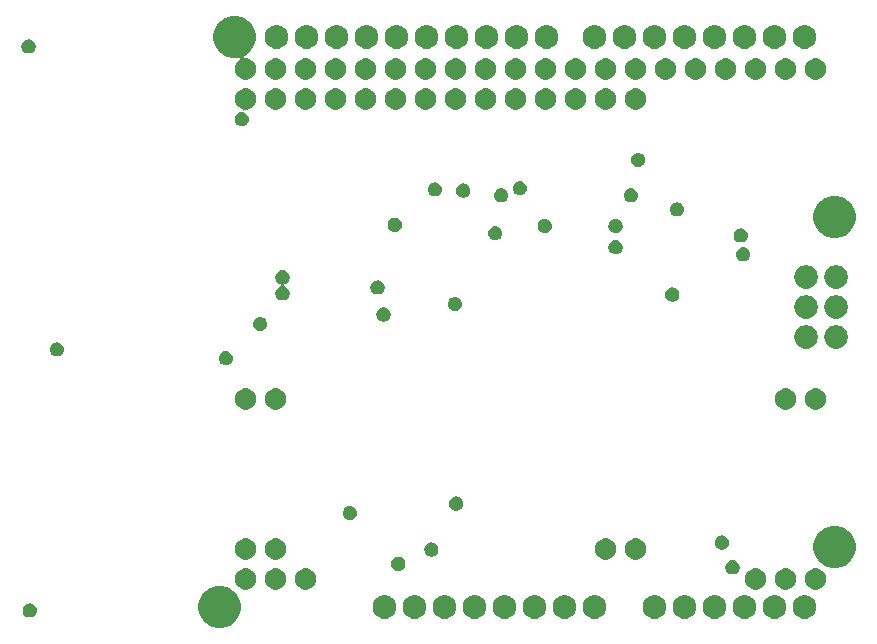
<source format=gbs>
G04 #@! TF.GenerationSoftware,KiCad,Pcbnew,5.0.2-bee76a0~70~ubuntu18.04.1*
G04 #@! TF.CreationDate,2019-08-23T08:39:18+02:00*
G04 #@! TF.ProjectId,ArduHMIShield,41726475-484d-4495-9368-69656c642e6b,1.2*
G04 #@! TF.SameCoordinates,Original*
G04 #@! TF.FileFunction,Soldermask,Bot*
G04 #@! TF.FilePolarity,Negative*
%FSLAX46Y46*%
G04 Gerber Fmt 4.6, Leading zero omitted, Abs format (unit mm)*
G04 Created by KiCad (PCBNEW 5.0.2-bee76a0~70~ubuntu18.04.1) date Fr 23 Aug 2019 08:39:18 CEST*
%MOMM*%
%LPD*%
G01*
G04 APERTURE LIST*
%ADD10C,0.100000*%
G04 APERTURE END LIST*
D10*
G36*
X69191394Y-125741192D02*
X69516698Y-125875937D01*
X69809468Y-126071560D01*
X70058440Y-126320532D01*
X70254063Y-126613302D01*
X70388808Y-126938606D01*
X70457500Y-127283945D01*
X70457500Y-127636055D01*
X70388808Y-127981394D01*
X70254063Y-128306698D01*
X70058440Y-128599468D01*
X69809468Y-128848440D01*
X69516698Y-129044063D01*
X69191394Y-129178808D01*
X68846055Y-129247500D01*
X68493945Y-129247500D01*
X68148606Y-129178808D01*
X67823302Y-129044063D01*
X67530532Y-128848440D01*
X67281560Y-128599468D01*
X67085937Y-128306698D01*
X66951192Y-127981394D01*
X66882500Y-127636055D01*
X66882500Y-127283945D01*
X66951192Y-126938606D01*
X67085937Y-126613302D01*
X67281560Y-126320532D01*
X67530532Y-126071560D01*
X67823302Y-125875937D01*
X68148606Y-125741192D01*
X68493945Y-125672500D01*
X68846055Y-125672500D01*
X69191394Y-125741192D01*
X69191394Y-125741192D01*
G37*
G36*
X100595770Y-126475372D02*
X100711689Y-126498429D01*
X100893678Y-126573811D01*
X101057463Y-126683249D01*
X101196751Y-126822537D01*
X101306189Y-126986322D01*
X101381571Y-127168311D01*
X101420000Y-127361509D01*
X101420000Y-127558491D01*
X101381571Y-127751689D01*
X101306189Y-127933678D01*
X101196751Y-128097463D01*
X101057463Y-128236751D01*
X100893678Y-128346189D01*
X100711689Y-128421571D01*
X100595770Y-128444628D01*
X100518493Y-128460000D01*
X100321507Y-128460000D01*
X100244230Y-128444628D01*
X100128311Y-128421571D01*
X99946322Y-128346189D01*
X99782537Y-128236751D01*
X99643249Y-128097463D01*
X99533811Y-127933678D01*
X99458429Y-127751689D01*
X99420000Y-127558491D01*
X99420000Y-127361509D01*
X99458429Y-127168311D01*
X99533811Y-126986322D01*
X99643249Y-126822537D01*
X99782537Y-126683249D01*
X99946322Y-126573811D01*
X100128311Y-126498429D01*
X100244230Y-126475372D01*
X100321507Y-126460000D01*
X100518493Y-126460000D01*
X100595770Y-126475372D01*
X100595770Y-126475372D01*
G37*
G36*
X105675770Y-126475372D02*
X105791689Y-126498429D01*
X105973678Y-126573811D01*
X106137463Y-126683249D01*
X106276751Y-126822537D01*
X106386189Y-126986322D01*
X106461571Y-127168311D01*
X106500000Y-127361509D01*
X106500000Y-127558491D01*
X106461571Y-127751689D01*
X106386189Y-127933678D01*
X106276751Y-128097463D01*
X106137463Y-128236751D01*
X105973678Y-128346189D01*
X105791689Y-128421571D01*
X105675770Y-128444628D01*
X105598493Y-128460000D01*
X105401507Y-128460000D01*
X105324230Y-128444628D01*
X105208311Y-128421571D01*
X105026322Y-128346189D01*
X104862537Y-128236751D01*
X104723249Y-128097463D01*
X104613811Y-127933678D01*
X104538429Y-127751689D01*
X104500000Y-127558491D01*
X104500000Y-127361509D01*
X104538429Y-127168311D01*
X104613811Y-126986322D01*
X104723249Y-126822537D01*
X104862537Y-126683249D01*
X105026322Y-126573811D01*
X105208311Y-126498429D01*
X105324230Y-126475372D01*
X105401507Y-126460000D01*
X105598493Y-126460000D01*
X105675770Y-126475372D01*
X105675770Y-126475372D01*
G37*
G36*
X108215770Y-126475372D02*
X108331689Y-126498429D01*
X108513678Y-126573811D01*
X108677463Y-126683249D01*
X108816751Y-126822537D01*
X108926189Y-126986322D01*
X109001571Y-127168311D01*
X109040000Y-127361509D01*
X109040000Y-127558491D01*
X109001571Y-127751689D01*
X108926189Y-127933678D01*
X108816751Y-128097463D01*
X108677463Y-128236751D01*
X108513678Y-128346189D01*
X108331689Y-128421571D01*
X108215770Y-128444628D01*
X108138493Y-128460000D01*
X107941507Y-128460000D01*
X107864230Y-128444628D01*
X107748311Y-128421571D01*
X107566322Y-128346189D01*
X107402537Y-128236751D01*
X107263249Y-128097463D01*
X107153811Y-127933678D01*
X107078429Y-127751689D01*
X107040000Y-127558491D01*
X107040000Y-127361509D01*
X107078429Y-127168311D01*
X107153811Y-126986322D01*
X107263249Y-126822537D01*
X107402537Y-126683249D01*
X107566322Y-126573811D01*
X107748311Y-126498429D01*
X107864230Y-126475372D01*
X107941507Y-126460000D01*
X108138493Y-126460000D01*
X108215770Y-126475372D01*
X108215770Y-126475372D01*
G37*
G36*
X110755770Y-126475372D02*
X110871689Y-126498429D01*
X111053678Y-126573811D01*
X111217463Y-126683249D01*
X111356751Y-126822537D01*
X111466189Y-126986322D01*
X111541571Y-127168311D01*
X111580000Y-127361509D01*
X111580000Y-127558491D01*
X111541571Y-127751689D01*
X111466189Y-127933678D01*
X111356751Y-128097463D01*
X111217463Y-128236751D01*
X111053678Y-128346189D01*
X110871689Y-128421571D01*
X110755770Y-128444628D01*
X110678493Y-128460000D01*
X110481507Y-128460000D01*
X110404230Y-128444628D01*
X110288311Y-128421571D01*
X110106322Y-128346189D01*
X109942537Y-128236751D01*
X109803249Y-128097463D01*
X109693811Y-127933678D01*
X109618429Y-127751689D01*
X109580000Y-127558491D01*
X109580000Y-127361509D01*
X109618429Y-127168311D01*
X109693811Y-126986322D01*
X109803249Y-126822537D01*
X109942537Y-126683249D01*
X110106322Y-126573811D01*
X110288311Y-126498429D01*
X110404230Y-126475372D01*
X110481507Y-126460000D01*
X110678493Y-126460000D01*
X110755770Y-126475372D01*
X110755770Y-126475372D01*
G37*
G36*
X113295770Y-126475372D02*
X113411689Y-126498429D01*
X113593678Y-126573811D01*
X113757463Y-126683249D01*
X113896751Y-126822537D01*
X114006189Y-126986322D01*
X114081571Y-127168311D01*
X114120000Y-127361509D01*
X114120000Y-127558491D01*
X114081571Y-127751689D01*
X114006189Y-127933678D01*
X113896751Y-128097463D01*
X113757463Y-128236751D01*
X113593678Y-128346189D01*
X113411689Y-128421571D01*
X113295770Y-128444628D01*
X113218493Y-128460000D01*
X113021507Y-128460000D01*
X112944230Y-128444628D01*
X112828311Y-128421571D01*
X112646322Y-128346189D01*
X112482537Y-128236751D01*
X112343249Y-128097463D01*
X112233811Y-127933678D01*
X112158429Y-127751689D01*
X112120000Y-127558491D01*
X112120000Y-127361509D01*
X112158429Y-127168311D01*
X112233811Y-126986322D01*
X112343249Y-126822537D01*
X112482537Y-126683249D01*
X112646322Y-126573811D01*
X112828311Y-126498429D01*
X112944230Y-126475372D01*
X113021507Y-126460000D01*
X113218493Y-126460000D01*
X113295770Y-126475372D01*
X113295770Y-126475372D01*
G37*
G36*
X115835770Y-126475372D02*
X115951689Y-126498429D01*
X116133678Y-126573811D01*
X116297463Y-126683249D01*
X116436751Y-126822537D01*
X116546189Y-126986322D01*
X116621571Y-127168311D01*
X116660000Y-127361509D01*
X116660000Y-127558491D01*
X116621571Y-127751689D01*
X116546189Y-127933678D01*
X116436751Y-128097463D01*
X116297463Y-128236751D01*
X116133678Y-128346189D01*
X115951689Y-128421571D01*
X115835770Y-128444628D01*
X115758493Y-128460000D01*
X115561507Y-128460000D01*
X115484230Y-128444628D01*
X115368311Y-128421571D01*
X115186322Y-128346189D01*
X115022537Y-128236751D01*
X114883249Y-128097463D01*
X114773811Y-127933678D01*
X114698429Y-127751689D01*
X114660000Y-127558491D01*
X114660000Y-127361509D01*
X114698429Y-127168311D01*
X114773811Y-126986322D01*
X114883249Y-126822537D01*
X115022537Y-126683249D01*
X115186322Y-126573811D01*
X115368311Y-126498429D01*
X115484230Y-126475372D01*
X115561507Y-126460000D01*
X115758493Y-126460000D01*
X115835770Y-126475372D01*
X115835770Y-126475372D01*
G37*
G36*
X118375770Y-126475372D02*
X118491689Y-126498429D01*
X118673678Y-126573811D01*
X118837463Y-126683249D01*
X118976751Y-126822537D01*
X119086189Y-126986322D01*
X119161571Y-127168311D01*
X119200000Y-127361509D01*
X119200000Y-127558491D01*
X119161571Y-127751689D01*
X119086189Y-127933678D01*
X118976751Y-128097463D01*
X118837463Y-128236751D01*
X118673678Y-128346189D01*
X118491689Y-128421571D01*
X118375770Y-128444628D01*
X118298493Y-128460000D01*
X118101507Y-128460000D01*
X118024230Y-128444628D01*
X117908311Y-128421571D01*
X117726322Y-128346189D01*
X117562537Y-128236751D01*
X117423249Y-128097463D01*
X117313811Y-127933678D01*
X117238429Y-127751689D01*
X117200000Y-127558491D01*
X117200000Y-127361509D01*
X117238429Y-127168311D01*
X117313811Y-126986322D01*
X117423249Y-126822537D01*
X117562537Y-126683249D01*
X117726322Y-126573811D01*
X117908311Y-126498429D01*
X118024230Y-126475372D01*
X118101507Y-126460000D01*
X118298493Y-126460000D01*
X118375770Y-126475372D01*
X118375770Y-126475372D01*
G37*
G36*
X85355770Y-126475372D02*
X85471689Y-126498429D01*
X85653678Y-126573811D01*
X85817463Y-126683249D01*
X85956751Y-126822537D01*
X86066189Y-126986322D01*
X86141571Y-127168311D01*
X86180000Y-127361509D01*
X86180000Y-127558491D01*
X86141571Y-127751689D01*
X86066189Y-127933678D01*
X85956751Y-128097463D01*
X85817463Y-128236751D01*
X85653678Y-128346189D01*
X85471689Y-128421571D01*
X85355770Y-128444628D01*
X85278493Y-128460000D01*
X85081507Y-128460000D01*
X85004230Y-128444628D01*
X84888311Y-128421571D01*
X84706322Y-128346189D01*
X84542537Y-128236751D01*
X84403249Y-128097463D01*
X84293811Y-127933678D01*
X84218429Y-127751689D01*
X84180000Y-127558491D01*
X84180000Y-127361509D01*
X84218429Y-127168311D01*
X84293811Y-126986322D01*
X84403249Y-126822537D01*
X84542537Y-126683249D01*
X84706322Y-126573811D01*
X84888311Y-126498429D01*
X85004230Y-126475372D01*
X85081507Y-126460000D01*
X85278493Y-126460000D01*
X85355770Y-126475372D01*
X85355770Y-126475372D01*
G37*
G36*
X82815770Y-126475372D02*
X82931689Y-126498429D01*
X83113678Y-126573811D01*
X83277463Y-126683249D01*
X83416751Y-126822537D01*
X83526189Y-126986322D01*
X83601571Y-127168311D01*
X83640000Y-127361509D01*
X83640000Y-127558491D01*
X83601571Y-127751689D01*
X83526189Y-127933678D01*
X83416751Y-128097463D01*
X83277463Y-128236751D01*
X83113678Y-128346189D01*
X82931689Y-128421571D01*
X82815770Y-128444628D01*
X82738493Y-128460000D01*
X82541507Y-128460000D01*
X82464230Y-128444628D01*
X82348311Y-128421571D01*
X82166322Y-128346189D01*
X82002537Y-128236751D01*
X81863249Y-128097463D01*
X81753811Y-127933678D01*
X81678429Y-127751689D01*
X81640000Y-127558491D01*
X81640000Y-127361509D01*
X81678429Y-127168311D01*
X81753811Y-126986322D01*
X81863249Y-126822537D01*
X82002537Y-126683249D01*
X82166322Y-126573811D01*
X82348311Y-126498429D01*
X82464230Y-126475372D01*
X82541507Y-126460000D01*
X82738493Y-126460000D01*
X82815770Y-126475372D01*
X82815770Y-126475372D01*
G37*
G36*
X98055770Y-126475372D02*
X98171689Y-126498429D01*
X98353678Y-126573811D01*
X98517463Y-126683249D01*
X98656751Y-126822537D01*
X98766189Y-126986322D01*
X98841571Y-127168311D01*
X98880000Y-127361509D01*
X98880000Y-127558491D01*
X98841571Y-127751689D01*
X98766189Y-127933678D01*
X98656751Y-128097463D01*
X98517463Y-128236751D01*
X98353678Y-128346189D01*
X98171689Y-128421571D01*
X98055770Y-128444628D01*
X97978493Y-128460000D01*
X97781507Y-128460000D01*
X97704230Y-128444628D01*
X97588311Y-128421571D01*
X97406322Y-128346189D01*
X97242537Y-128236751D01*
X97103249Y-128097463D01*
X96993811Y-127933678D01*
X96918429Y-127751689D01*
X96880000Y-127558491D01*
X96880000Y-127361509D01*
X96918429Y-127168311D01*
X96993811Y-126986322D01*
X97103249Y-126822537D01*
X97242537Y-126683249D01*
X97406322Y-126573811D01*
X97588311Y-126498429D01*
X97704230Y-126475372D01*
X97781507Y-126460000D01*
X97978493Y-126460000D01*
X98055770Y-126475372D01*
X98055770Y-126475372D01*
G37*
G36*
X95515770Y-126475372D02*
X95631689Y-126498429D01*
X95813678Y-126573811D01*
X95977463Y-126683249D01*
X96116751Y-126822537D01*
X96226189Y-126986322D01*
X96301571Y-127168311D01*
X96340000Y-127361509D01*
X96340000Y-127558491D01*
X96301571Y-127751689D01*
X96226189Y-127933678D01*
X96116751Y-128097463D01*
X95977463Y-128236751D01*
X95813678Y-128346189D01*
X95631689Y-128421571D01*
X95515770Y-128444628D01*
X95438493Y-128460000D01*
X95241507Y-128460000D01*
X95164230Y-128444628D01*
X95048311Y-128421571D01*
X94866322Y-128346189D01*
X94702537Y-128236751D01*
X94563249Y-128097463D01*
X94453811Y-127933678D01*
X94378429Y-127751689D01*
X94340000Y-127558491D01*
X94340000Y-127361509D01*
X94378429Y-127168311D01*
X94453811Y-126986322D01*
X94563249Y-126822537D01*
X94702537Y-126683249D01*
X94866322Y-126573811D01*
X95048311Y-126498429D01*
X95164230Y-126475372D01*
X95241507Y-126460000D01*
X95438493Y-126460000D01*
X95515770Y-126475372D01*
X95515770Y-126475372D01*
G37*
G36*
X90435770Y-126475372D02*
X90551689Y-126498429D01*
X90733678Y-126573811D01*
X90897463Y-126683249D01*
X91036751Y-126822537D01*
X91146189Y-126986322D01*
X91221571Y-127168311D01*
X91260000Y-127361509D01*
X91260000Y-127558491D01*
X91221571Y-127751689D01*
X91146189Y-127933678D01*
X91036751Y-128097463D01*
X90897463Y-128236751D01*
X90733678Y-128346189D01*
X90551689Y-128421571D01*
X90435770Y-128444628D01*
X90358493Y-128460000D01*
X90161507Y-128460000D01*
X90084230Y-128444628D01*
X89968311Y-128421571D01*
X89786322Y-128346189D01*
X89622537Y-128236751D01*
X89483249Y-128097463D01*
X89373811Y-127933678D01*
X89298429Y-127751689D01*
X89260000Y-127558491D01*
X89260000Y-127361509D01*
X89298429Y-127168311D01*
X89373811Y-126986322D01*
X89483249Y-126822537D01*
X89622537Y-126683249D01*
X89786322Y-126573811D01*
X89968311Y-126498429D01*
X90084230Y-126475372D01*
X90161507Y-126460000D01*
X90358493Y-126460000D01*
X90435770Y-126475372D01*
X90435770Y-126475372D01*
G37*
G36*
X87895770Y-126475372D02*
X88011689Y-126498429D01*
X88193678Y-126573811D01*
X88357463Y-126683249D01*
X88496751Y-126822537D01*
X88606189Y-126986322D01*
X88681571Y-127168311D01*
X88720000Y-127361509D01*
X88720000Y-127558491D01*
X88681571Y-127751689D01*
X88606189Y-127933678D01*
X88496751Y-128097463D01*
X88357463Y-128236751D01*
X88193678Y-128346189D01*
X88011689Y-128421571D01*
X87895770Y-128444628D01*
X87818493Y-128460000D01*
X87621507Y-128460000D01*
X87544230Y-128444628D01*
X87428311Y-128421571D01*
X87246322Y-128346189D01*
X87082537Y-128236751D01*
X86943249Y-128097463D01*
X86833811Y-127933678D01*
X86758429Y-127751689D01*
X86720000Y-127558491D01*
X86720000Y-127361509D01*
X86758429Y-127168311D01*
X86833811Y-126986322D01*
X86943249Y-126822537D01*
X87082537Y-126683249D01*
X87246322Y-126573811D01*
X87428311Y-126498429D01*
X87544230Y-126475372D01*
X87621507Y-126460000D01*
X87818493Y-126460000D01*
X87895770Y-126475372D01*
X87895770Y-126475372D01*
G37*
G36*
X92975770Y-126475372D02*
X93091689Y-126498429D01*
X93273678Y-126573811D01*
X93437463Y-126683249D01*
X93576751Y-126822537D01*
X93686189Y-126986322D01*
X93761571Y-127168311D01*
X93800000Y-127361509D01*
X93800000Y-127558491D01*
X93761571Y-127751689D01*
X93686189Y-127933678D01*
X93576751Y-128097463D01*
X93437463Y-128236751D01*
X93273678Y-128346189D01*
X93091689Y-128421571D01*
X92975770Y-128444628D01*
X92898493Y-128460000D01*
X92701507Y-128460000D01*
X92624230Y-128444628D01*
X92508311Y-128421571D01*
X92326322Y-128346189D01*
X92162537Y-128236751D01*
X92023249Y-128097463D01*
X91913811Y-127933678D01*
X91838429Y-127751689D01*
X91800000Y-127558491D01*
X91800000Y-127361509D01*
X91838429Y-127168311D01*
X91913811Y-126986322D01*
X92023249Y-126822537D01*
X92162537Y-126683249D01*
X92326322Y-126573811D01*
X92508311Y-126498429D01*
X92624230Y-126475372D01*
X92701507Y-126460000D01*
X92898493Y-126460000D01*
X92975770Y-126475372D01*
X92975770Y-126475372D01*
G37*
G36*
X52775012Y-127173057D02*
X52884207Y-127218287D01*
X52982481Y-127283952D01*
X53066048Y-127367519D01*
X53131713Y-127465793D01*
X53176943Y-127574988D01*
X53200000Y-127690904D01*
X53200000Y-127809096D01*
X53176943Y-127925012D01*
X53131713Y-128034207D01*
X53066048Y-128132481D01*
X52982481Y-128216048D01*
X52884207Y-128281713D01*
X52775012Y-128326943D01*
X52659096Y-128350000D01*
X52540904Y-128350000D01*
X52424988Y-128326943D01*
X52315793Y-128281713D01*
X52217519Y-128216048D01*
X52133952Y-128132481D01*
X52068287Y-128034207D01*
X52023057Y-127925012D01*
X52000000Y-127809096D01*
X52000000Y-127690904D01*
X52023057Y-127574988D01*
X52068287Y-127465793D01*
X52133952Y-127367519D01*
X52217519Y-127283952D01*
X52315793Y-127218287D01*
X52424988Y-127173057D01*
X52540904Y-127150000D01*
X52659096Y-127150000D01*
X52775012Y-127173057D01*
X52775012Y-127173057D01*
G37*
G36*
X114312521Y-124224586D02*
X114476309Y-124292429D01*
X114623720Y-124390926D01*
X114749074Y-124516280D01*
X114847571Y-124663691D01*
X114915414Y-124827479D01*
X114950000Y-125001356D01*
X114950000Y-125178644D01*
X114915414Y-125352521D01*
X114847571Y-125516309D01*
X114749074Y-125663720D01*
X114623720Y-125789074D01*
X114476309Y-125887571D01*
X114312521Y-125955414D01*
X114138644Y-125990000D01*
X113961356Y-125990000D01*
X113787479Y-125955414D01*
X113623691Y-125887571D01*
X113476280Y-125789074D01*
X113350926Y-125663720D01*
X113252429Y-125516309D01*
X113184586Y-125352521D01*
X113150000Y-125178644D01*
X113150000Y-125001356D01*
X113184586Y-124827479D01*
X113252429Y-124663691D01*
X113350926Y-124516280D01*
X113476280Y-124390926D01*
X113623691Y-124292429D01*
X113787479Y-124224586D01*
X113961356Y-124190000D01*
X114138644Y-124190000D01*
X114312521Y-124224586D01*
X114312521Y-124224586D01*
G37*
G36*
X116852521Y-124224586D02*
X117016309Y-124292429D01*
X117163720Y-124390926D01*
X117289074Y-124516280D01*
X117387571Y-124663691D01*
X117455414Y-124827479D01*
X117490000Y-125001356D01*
X117490000Y-125178644D01*
X117455414Y-125352521D01*
X117387571Y-125516309D01*
X117289074Y-125663720D01*
X117163720Y-125789074D01*
X117016309Y-125887571D01*
X116852521Y-125955414D01*
X116678644Y-125990000D01*
X116501356Y-125990000D01*
X116327479Y-125955414D01*
X116163691Y-125887571D01*
X116016280Y-125789074D01*
X115890926Y-125663720D01*
X115792429Y-125516309D01*
X115724586Y-125352521D01*
X115690000Y-125178644D01*
X115690000Y-125001356D01*
X115724586Y-124827479D01*
X115792429Y-124663691D01*
X115890926Y-124516280D01*
X116016280Y-124390926D01*
X116163691Y-124292429D01*
X116327479Y-124224586D01*
X116501356Y-124190000D01*
X116678644Y-124190000D01*
X116852521Y-124224586D01*
X116852521Y-124224586D01*
G37*
G36*
X76212521Y-124224586D02*
X76376309Y-124292429D01*
X76523720Y-124390926D01*
X76649074Y-124516280D01*
X76747571Y-124663691D01*
X76815414Y-124827479D01*
X76850000Y-125001356D01*
X76850000Y-125178644D01*
X76815414Y-125352521D01*
X76747571Y-125516309D01*
X76649074Y-125663720D01*
X76523720Y-125789074D01*
X76376309Y-125887571D01*
X76212521Y-125955414D01*
X76038644Y-125990000D01*
X75861356Y-125990000D01*
X75687479Y-125955414D01*
X75523691Y-125887571D01*
X75376280Y-125789074D01*
X75250926Y-125663720D01*
X75152429Y-125516309D01*
X75084586Y-125352521D01*
X75050000Y-125178644D01*
X75050000Y-125001356D01*
X75084586Y-124827479D01*
X75152429Y-124663691D01*
X75250926Y-124516280D01*
X75376280Y-124390926D01*
X75523691Y-124292429D01*
X75687479Y-124224586D01*
X75861356Y-124190000D01*
X76038644Y-124190000D01*
X76212521Y-124224586D01*
X76212521Y-124224586D01*
G37*
G36*
X71132521Y-124224586D02*
X71296309Y-124292429D01*
X71443720Y-124390926D01*
X71569074Y-124516280D01*
X71667571Y-124663691D01*
X71735414Y-124827479D01*
X71770000Y-125001356D01*
X71770000Y-125178644D01*
X71735414Y-125352521D01*
X71667571Y-125516309D01*
X71569074Y-125663720D01*
X71443720Y-125789074D01*
X71296309Y-125887571D01*
X71132521Y-125955414D01*
X70958644Y-125990000D01*
X70781356Y-125990000D01*
X70607479Y-125955414D01*
X70443691Y-125887571D01*
X70296280Y-125789074D01*
X70170926Y-125663720D01*
X70072429Y-125516309D01*
X70004586Y-125352521D01*
X69970000Y-125178644D01*
X69970000Y-125001356D01*
X70004586Y-124827479D01*
X70072429Y-124663691D01*
X70170926Y-124516280D01*
X70296280Y-124390926D01*
X70443691Y-124292429D01*
X70607479Y-124224586D01*
X70781356Y-124190000D01*
X70958644Y-124190000D01*
X71132521Y-124224586D01*
X71132521Y-124224586D01*
G37*
G36*
X73672521Y-124224586D02*
X73836309Y-124292429D01*
X73983720Y-124390926D01*
X74109074Y-124516280D01*
X74207571Y-124663691D01*
X74275414Y-124827479D01*
X74310000Y-125001356D01*
X74310000Y-125178644D01*
X74275414Y-125352521D01*
X74207571Y-125516309D01*
X74109074Y-125663720D01*
X73983720Y-125789074D01*
X73836309Y-125887571D01*
X73672521Y-125955414D01*
X73498644Y-125990000D01*
X73321356Y-125990000D01*
X73147479Y-125955414D01*
X72983691Y-125887571D01*
X72836280Y-125789074D01*
X72710926Y-125663720D01*
X72612429Y-125516309D01*
X72544586Y-125352521D01*
X72510000Y-125178644D01*
X72510000Y-125001356D01*
X72544586Y-124827479D01*
X72612429Y-124663691D01*
X72710926Y-124516280D01*
X72836280Y-124390926D01*
X72983691Y-124292429D01*
X73147479Y-124224586D01*
X73321356Y-124190000D01*
X73498644Y-124190000D01*
X73672521Y-124224586D01*
X73672521Y-124224586D01*
G37*
G36*
X119392521Y-124224586D02*
X119556309Y-124292429D01*
X119703720Y-124390926D01*
X119829074Y-124516280D01*
X119927571Y-124663691D01*
X119995414Y-124827479D01*
X120030000Y-125001356D01*
X120030000Y-125178644D01*
X119995414Y-125352521D01*
X119927571Y-125516309D01*
X119829074Y-125663720D01*
X119703720Y-125789074D01*
X119556309Y-125887571D01*
X119392521Y-125955414D01*
X119218644Y-125990000D01*
X119041356Y-125990000D01*
X118867479Y-125955414D01*
X118703691Y-125887571D01*
X118556280Y-125789074D01*
X118430926Y-125663720D01*
X118332429Y-125516309D01*
X118264586Y-125352521D01*
X118230000Y-125178644D01*
X118230000Y-125001356D01*
X118264586Y-124827479D01*
X118332429Y-124663691D01*
X118430926Y-124516280D01*
X118556280Y-124390926D01*
X118703691Y-124292429D01*
X118867479Y-124224586D01*
X119041356Y-124190000D01*
X119218644Y-124190000D01*
X119392521Y-124224586D01*
X119392521Y-124224586D01*
G37*
G36*
X112275012Y-123523057D02*
X112384207Y-123568287D01*
X112482481Y-123633952D01*
X112566048Y-123717519D01*
X112631713Y-123815793D01*
X112676943Y-123924988D01*
X112700000Y-124040904D01*
X112700000Y-124159096D01*
X112676943Y-124275012D01*
X112631713Y-124384207D01*
X112566048Y-124482481D01*
X112482481Y-124566048D01*
X112384207Y-124631713D01*
X112275012Y-124676943D01*
X112159096Y-124700000D01*
X112040904Y-124700000D01*
X111924988Y-124676943D01*
X111815793Y-124631713D01*
X111717519Y-124566048D01*
X111633952Y-124482481D01*
X111568287Y-124384207D01*
X111523057Y-124275012D01*
X111500000Y-124159096D01*
X111500000Y-124040904D01*
X111523057Y-123924988D01*
X111568287Y-123815793D01*
X111633952Y-123717519D01*
X111717519Y-123633952D01*
X111815793Y-123568287D01*
X111924988Y-123523057D01*
X112040904Y-123500000D01*
X112159096Y-123500000D01*
X112275012Y-123523057D01*
X112275012Y-123523057D01*
G37*
G36*
X83975012Y-123223057D02*
X84084207Y-123268287D01*
X84182481Y-123333952D01*
X84266048Y-123417519D01*
X84331713Y-123515793D01*
X84376943Y-123624988D01*
X84400000Y-123740904D01*
X84400000Y-123859096D01*
X84376943Y-123975012D01*
X84331713Y-124084207D01*
X84266048Y-124182481D01*
X84182481Y-124266048D01*
X84084207Y-124331713D01*
X83975012Y-124376943D01*
X83859096Y-124400000D01*
X83740904Y-124400000D01*
X83624988Y-124376943D01*
X83515793Y-124331713D01*
X83417519Y-124266048D01*
X83333952Y-124182481D01*
X83268287Y-124084207D01*
X83223057Y-123975012D01*
X83200000Y-123859096D01*
X83200000Y-123740904D01*
X83223057Y-123624988D01*
X83268287Y-123515793D01*
X83333952Y-123417519D01*
X83417519Y-123333952D01*
X83515793Y-123268287D01*
X83624988Y-123223057D01*
X83740904Y-123200000D01*
X83859096Y-123200000D01*
X83975012Y-123223057D01*
X83975012Y-123223057D01*
G37*
G36*
X121261394Y-120661192D02*
X121586698Y-120795937D01*
X121879468Y-120991560D01*
X122128440Y-121240532D01*
X122324063Y-121533302D01*
X122458808Y-121858606D01*
X122527500Y-122203945D01*
X122527500Y-122556055D01*
X122458808Y-122901394D01*
X122324063Y-123226698D01*
X122128440Y-123519468D01*
X121879468Y-123768440D01*
X121586698Y-123964063D01*
X121261394Y-124098808D01*
X120916055Y-124167500D01*
X120563945Y-124167500D01*
X120218606Y-124098808D01*
X119893302Y-123964063D01*
X119600532Y-123768440D01*
X119351560Y-123519468D01*
X119155937Y-123226698D01*
X119021192Y-122901394D01*
X118952500Y-122556055D01*
X118952500Y-122203945D01*
X119021192Y-121858606D01*
X119155937Y-121533302D01*
X119351560Y-121240532D01*
X119600532Y-120991560D01*
X119893302Y-120795937D01*
X120218606Y-120661192D01*
X120563945Y-120592500D01*
X120916055Y-120592500D01*
X121261394Y-120661192D01*
X121261394Y-120661192D01*
G37*
G36*
X73672521Y-121684586D02*
X73836309Y-121752429D01*
X73983720Y-121850926D01*
X74109074Y-121976280D01*
X74207571Y-122123691D01*
X74275414Y-122287479D01*
X74310000Y-122461356D01*
X74310000Y-122638644D01*
X74275414Y-122812521D01*
X74207571Y-122976309D01*
X74109074Y-123123720D01*
X73983720Y-123249074D01*
X73836309Y-123347571D01*
X73672521Y-123415414D01*
X73498644Y-123450000D01*
X73321356Y-123450000D01*
X73147479Y-123415414D01*
X72983691Y-123347571D01*
X72836280Y-123249074D01*
X72710926Y-123123720D01*
X72612429Y-122976309D01*
X72544586Y-122812521D01*
X72510000Y-122638644D01*
X72510000Y-122461356D01*
X72544586Y-122287479D01*
X72612429Y-122123691D01*
X72710926Y-121976280D01*
X72836280Y-121850926D01*
X72983691Y-121752429D01*
X73147479Y-121684586D01*
X73321356Y-121650000D01*
X73498644Y-121650000D01*
X73672521Y-121684586D01*
X73672521Y-121684586D01*
G37*
G36*
X101612521Y-121684586D02*
X101776309Y-121752429D01*
X101923720Y-121850926D01*
X102049074Y-121976280D01*
X102147571Y-122123691D01*
X102215414Y-122287479D01*
X102250000Y-122461356D01*
X102250000Y-122638644D01*
X102215414Y-122812521D01*
X102147571Y-122976309D01*
X102049074Y-123123720D01*
X101923720Y-123249074D01*
X101776309Y-123347571D01*
X101612521Y-123415414D01*
X101438644Y-123450000D01*
X101261356Y-123450000D01*
X101087479Y-123415414D01*
X100923691Y-123347571D01*
X100776280Y-123249074D01*
X100650926Y-123123720D01*
X100552429Y-122976309D01*
X100484586Y-122812521D01*
X100450000Y-122638644D01*
X100450000Y-122461356D01*
X100484586Y-122287479D01*
X100552429Y-122123691D01*
X100650926Y-121976280D01*
X100776280Y-121850926D01*
X100923691Y-121752429D01*
X101087479Y-121684586D01*
X101261356Y-121650000D01*
X101438644Y-121650000D01*
X101612521Y-121684586D01*
X101612521Y-121684586D01*
G37*
G36*
X104152521Y-121684586D02*
X104316309Y-121752429D01*
X104463720Y-121850926D01*
X104589074Y-121976280D01*
X104687571Y-122123691D01*
X104755414Y-122287479D01*
X104790000Y-122461356D01*
X104790000Y-122638644D01*
X104755414Y-122812521D01*
X104687571Y-122976309D01*
X104589074Y-123123720D01*
X104463720Y-123249074D01*
X104316309Y-123347571D01*
X104152521Y-123415414D01*
X103978644Y-123450000D01*
X103801356Y-123450000D01*
X103627479Y-123415414D01*
X103463691Y-123347571D01*
X103316280Y-123249074D01*
X103190926Y-123123720D01*
X103092429Y-122976309D01*
X103024586Y-122812521D01*
X102990000Y-122638644D01*
X102990000Y-122461356D01*
X103024586Y-122287479D01*
X103092429Y-122123691D01*
X103190926Y-121976280D01*
X103316280Y-121850926D01*
X103463691Y-121752429D01*
X103627479Y-121684586D01*
X103801356Y-121650000D01*
X103978644Y-121650000D01*
X104152521Y-121684586D01*
X104152521Y-121684586D01*
G37*
G36*
X71132521Y-121684586D02*
X71296309Y-121752429D01*
X71443720Y-121850926D01*
X71569074Y-121976280D01*
X71667571Y-122123691D01*
X71735414Y-122287479D01*
X71770000Y-122461356D01*
X71770000Y-122638644D01*
X71735414Y-122812521D01*
X71667571Y-122976309D01*
X71569074Y-123123720D01*
X71443720Y-123249074D01*
X71296309Y-123347571D01*
X71132521Y-123415414D01*
X70958644Y-123450000D01*
X70781356Y-123450000D01*
X70607479Y-123415414D01*
X70443691Y-123347571D01*
X70296280Y-123249074D01*
X70170926Y-123123720D01*
X70072429Y-122976309D01*
X70004586Y-122812521D01*
X69970000Y-122638644D01*
X69970000Y-122461356D01*
X70004586Y-122287479D01*
X70072429Y-122123691D01*
X70170926Y-121976280D01*
X70296280Y-121850926D01*
X70443691Y-121752429D01*
X70607479Y-121684586D01*
X70781356Y-121650000D01*
X70958644Y-121650000D01*
X71132521Y-121684586D01*
X71132521Y-121684586D01*
G37*
G36*
X86775012Y-122023057D02*
X86884207Y-122068287D01*
X86982481Y-122133952D01*
X87066048Y-122217519D01*
X87131713Y-122315793D01*
X87176943Y-122424988D01*
X87200000Y-122540904D01*
X87200000Y-122659096D01*
X87176943Y-122775012D01*
X87131713Y-122884207D01*
X87066048Y-122982481D01*
X86982481Y-123066048D01*
X86884207Y-123131713D01*
X86775012Y-123176943D01*
X86659096Y-123200000D01*
X86540904Y-123200000D01*
X86424988Y-123176943D01*
X86315793Y-123131713D01*
X86217519Y-123066048D01*
X86133952Y-122982481D01*
X86068287Y-122884207D01*
X86023057Y-122775012D01*
X86000000Y-122659096D01*
X86000000Y-122540904D01*
X86023057Y-122424988D01*
X86068287Y-122315793D01*
X86133952Y-122217519D01*
X86217519Y-122133952D01*
X86315793Y-122068287D01*
X86424988Y-122023057D01*
X86540904Y-122000000D01*
X86659096Y-122000000D01*
X86775012Y-122023057D01*
X86775012Y-122023057D01*
G37*
G36*
X111375012Y-121423057D02*
X111484207Y-121468287D01*
X111582481Y-121533952D01*
X111666048Y-121617519D01*
X111731713Y-121715793D01*
X111776943Y-121824988D01*
X111800000Y-121940904D01*
X111800000Y-122059096D01*
X111776943Y-122175012D01*
X111731713Y-122284207D01*
X111666048Y-122382481D01*
X111582481Y-122466048D01*
X111484207Y-122531713D01*
X111375012Y-122576943D01*
X111259096Y-122600000D01*
X111140904Y-122600000D01*
X111024988Y-122576943D01*
X110915793Y-122531713D01*
X110817519Y-122466048D01*
X110733952Y-122382481D01*
X110668287Y-122284207D01*
X110623057Y-122175012D01*
X110600000Y-122059096D01*
X110600000Y-121940904D01*
X110623057Y-121824988D01*
X110668287Y-121715793D01*
X110733952Y-121617519D01*
X110817519Y-121533952D01*
X110915793Y-121468287D01*
X111024988Y-121423057D01*
X111140904Y-121400000D01*
X111259096Y-121400000D01*
X111375012Y-121423057D01*
X111375012Y-121423057D01*
G37*
G36*
X79875012Y-118923057D02*
X79984207Y-118968287D01*
X80082481Y-119033952D01*
X80166048Y-119117519D01*
X80231713Y-119215793D01*
X80276943Y-119324988D01*
X80300000Y-119440904D01*
X80300000Y-119559096D01*
X80276943Y-119675012D01*
X80231713Y-119784207D01*
X80166048Y-119882481D01*
X80082481Y-119966048D01*
X79984207Y-120031713D01*
X79875012Y-120076943D01*
X79759096Y-120100000D01*
X79640904Y-120100000D01*
X79524988Y-120076943D01*
X79415793Y-120031713D01*
X79317519Y-119966048D01*
X79233952Y-119882481D01*
X79168287Y-119784207D01*
X79123057Y-119675012D01*
X79100000Y-119559096D01*
X79100000Y-119440904D01*
X79123057Y-119324988D01*
X79168287Y-119215793D01*
X79233952Y-119117519D01*
X79317519Y-119033952D01*
X79415793Y-118968287D01*
X79524988Y-118923057D01*
X79640904Y-118900000D01*
X79759096Y-118900000D01*
X79875012Y-118923057D01*
X79875012Y-118923057D01*
G37*
G36*
X88875012Y-118123057D02*
X88984207Y-118168287D01*
X89082481Y-118233952D01*
X89166048Y-118317519D01*
X89231713Y-118415793D01*
X89276943Y-118524988D01*
X89300000Y-118640904D01*
X89300000Y-118759096D01*
X89276943Y-118875012D01*
X89231713Y-118984207D01*
X89166048Y-119082481D01*
X89082481Y-119166048D01*
X88984207Y-119231713D01*
X88875012Y-119276943D01*
X88759096Y-119300000D01*
X88640904Y-119300000D01*
X88524988Y-119276943D01*
X88415793Y-119231713D01*
X88317519Y-119166048D01*
X88233952Y-119082481D01*
X88168287Y-118984207D01*
X88123057Y-118875012D01*
X88100000Y-118759096D01*
X88100000Y-118640904D01*
X88123057Y-118524988D01*
X88168287Y-118415793D01*
X88233952Y-118317519D01*
X88317519Y-118233952D01*
X88415793Y-118168287D01*
X88524988Y-118123057D01*
X88640904Y-118100000D01*
X88759096Y-118100000D01*
X88875012Y-118123057D01*
X88875012Y-118123057D01*
G37*
G36*
X71132521Y-108984586D02*
X71296309Y-109052429D01*
X71443720Y-109150926D01*
X71569074Y-109276280D01*
X71667571Y-109423691D01*
X71735414Y-109587479D01*
X71770000Y-109761356D01*
X71770000Y-109938644D01*
X71735414Y-110112521D01*
X71667571Y-110276309D01*
X71569074Y-110423720D01*
X71443720Y-110549074D01*
X71296309Y-110647571D01*
X71132521Y-110715414D01*
X70958644Y-110750000D01*
X70781356Y-110750000D01*
X70607479Y-110715414D01*
X70443691Y-110647571D01*
X70296280Y-110549074D01*
X70170926Y-110423720D01*
X70072429Y-110276309D01*
X70004586Y-110112521D01*
X69970000Y-109938644D01*
X69970000Y-109761356D01*
X70004586Y-109587479D01*
X70072429Y-109423691D01*
X70170926Y-109276280D01*
X70296280Y-109150926D01*
X70443691Y-109052429D01*
X70607479Y-108984586D01*
X70781356Y-108950000D01*
X70958644Y-108950000D01*
X71132521Y-108984586D01*
X71132521Y-108984586D01*
G37*
G36*
X119392521Y-108984586D02*
X119556309Y-109052429D01*
X119703720Y-109150926D01*
X119829074Y-109276280D01*
X119927571Y-109423691D01*
X119995414Y-109587479D01*
X120030000Y-109761356D01*
X120030000Y-109938644D01*
X119995414Y-110112521D01*
X119927571Y-110276309D01*
X119829074Y-110423720D01*
X119703720Y-110549074D01*
X119556309Y-110647571D01*
X119392521Y-110715414D01*
X119218644Y-110750000D01*
X119041356Y-110750000D01*
X118867479Y-110715414D01*
X118703691Y-110647571D01*
X118556280Y-110549074D01*
X118430926Y-110423720D01*
X118332429Y-110276309D01*
X118264586Y-110112521D01*
X118230000Y-109938644D01*
X118230000Y-109761356D01*
X118264586Y-109587479D01*
X118332429Y-109423691D01*
X118430926Y-109276280D01*
X118556280Y-109150926D01*
X118703691Y-109052429D01*
X118867479Y-108984586D01*
X119041356Y-108950000D01*
X119218644Y-108950000D01*
X119392521Y-108984586D01*
X119392521Y-108984586D01*
G37*
G36*
X116852521Y-108984586D02*
X117016309Y-109052429D01*
X117163720Y-109150926D01*
X117289074Y-109276280D01*
X117387571Y-109423691D01*
X117455414Y-109587479D01*
X117490000Y-109761356D01*
X117490000Y-109938644D01*
X117455414Y-110112521D01*
X117387571Y-110276309D01*
X117289074Y-110423720D01*
X117163720Y-110549074D01*
X117016309Y-110647571D01*
X116852521Y-110715414D01*
X116678644Y-110750000D01*
X116501356Y-110750000D01*
X116327479Y-110715414D01*
X116163691Y-110647571D01*
X116016280Y-110549074D01*
X115890926Y-110423720D01*
X115792429Y-110276309D01*
X115724586Y-110112521D01*
X115690000Y-109938644D01*
X115690000Y-109761356D01*
X115724586Y-109587479D01*
X115792429Y-109423691D01*
X115890926Y-109276280D01*
X116016280Y-109150926D01*
X116163691Y-109052429D01*
X116327479Y-108984586D01*
X116501356Y-108950000D01*
X116678644Y-108950000D01*
X116852521Y-108984586D01*
X116852521Y-108984586D01*
G37*
G36*
X73672521Y-108984586D02*
X73836309Y-109052429D01*
X73983720Y-109150926D01*
X74109074Y-109276280D01*
X74207571Y-109423691D01*
X74275414Y-109587479D01*
X74310000Y-109761356D01*
X74310000Y-109938644D01*
X74275414Y-110112521D01*
X74207571Y-110276309D01*
X74109074Y-110423720D01*
X73983720Y-110549074D01*
X73836309Y-110647571D01*
X73672521Y-110715414D01*
X73498644Y-110750000D01*
X73321356Y-110750000D01*
X73147479Y-110715414D01*
X72983691Y-110647571D01*
X72836280Y-110549074D01*
X72710926Y-110423720D01*
X72612429Y-110276309D01*
X72544586Y-110112521D01*
X72510000Y-109938644D01*
X72510000Y-109761356D01*
X72544586Y-109587479D01*
X72612429Y-109423691D01*
X72710926Y-109276280D01*
X72836280Y-109150926D01*
X72983691Y-109052429D01*
X73147479Y-108984586D01*
X73321356Y-108950000D01*
X73498644Y-108950000D01*
X73672521Y-108984586D01*
X73672521Y-108984586D01*
G37*
G36*
X69375012Y-105823057D02*
X69484207Y-105868287D01*
X69582481Y-105933952D01*
X69666048Y-106017519D01*
X69731713Y-106115793D01*
X69776943Y-106224988D01*
X69800000Y-106340904D01*
X69800000Y-106459096D01*
X69776943Y-106575012D01*
X69731713Y-106684207D01*
X69666048Y-106782481D01*
X69582481Y-106866048D01*
X69484207Y-106931713D01*
X69375012Y-106976943D01*
X69259096Y-107000000D01*
X69140904Y-107000000D01*
X69024988Y-106976943D01*
X68915793Y-106931713D01*
X68817519Y-106866048D01*
X68733952Y-106782481D01*
X68668287Y-106684207D01*
X68623057Y-106575012D01*
X68600000Y-106459096D01*
X68600000Y-106340904D01*
X68623057Y-106224988D01*
X68668287Y-106115793D01*
X68733952Y-106017519D01*
X68817519Y-105933952D01*
X68915793Y-105868287D01*
X69024988Y-105823057D01*
X69140904Y-105800000D01*
X69259096Y-105800000D01*
X69375012Y-105823057D01*
X69375012Y-105823057D01*
G37*
G36*
X55075012Y-105073057D02*
X55184207Y-105118287D01*
X55282481Y-105183952D01*
X55366048Y-105267519D01*
X55431713Y-105365793D01*
X55476943Y-105474988D01*
X55500000Y-105590904D01*
X55500000Y-105709096D01*
X55476943Y-105825012D01*
X55431713Y-105934207D01*
X55366048Y-106032481D01*
X55282481Y-106116048D01*
X55184207Y-106181713D01*
X55075012Y-106226943D01*
X54959096Y-106250000D01*
X54840904Y-106250000D01*
X54724988Y-106226943D01*
X54615793Y-106181713D01*
X54517519Y-106116048D01*
X54433952Y-106032481D01*
X54368287Y-105934207D01*
X54323057Y-105825012D01*
X54300000Y-105709096D01*
X54300000Y-105590904D01*
X54323057Y-105474988D01*
X54368287Y-105365793D01*
X54433952Y-105267519D01*
X54517519Y-105183952D01*
X54615793Y-105118287D01*
X54724988Y-105073057D01*
X54840904Y-105050000D01*
X54959096Y-105050000D01*
X55075012Y-105073057D01*
X55075012Y-105073057D01*
G37*
G36*
X121042770Y-103615372D02*
X121158689Y-103638429D01*
X121340678Y-103713811D01*
X121504463Y-103823249D01*
X121643751Y-103962537D01*
X121753189Y-104126322D01*
X121828571Y-104308311D01*
X121867000Y-104501509D01*
X121867000Y-104698491D01*
X121828571Y-104891689D01*
X121753189Y-105073678D01*
X121643751Y-105237463D01*
X121504463Y-105376751D01*
X121340678Y-105486189D01*
X121158689Y-105561571D01*
X121042770Y-105584628D01*
X120965493Y-105600000D01*
X120768507Y-105600000D01*
X120691230Y-105584628D01*
X120575311Y-105561571D01*
X120393322Y-105486189D01*
X120229537Y-105376751D01*
X120090249Y-105237463D01*
X119980811Y-105073678D01*
X119905429Y-104891689D01*
X119867000Y-104698491D01*
X119867000Y-104501509D01*
X119905429Y-104308311D01*
X119980811Y-104126322D01*
X120090249Y-103962537D01*
X120229537Y-103823249D01*
X120393322Y-103713811D01*
X120575311Y-103638429D01*
X120691230Y-103615372D01*
X120768507Y-103600000D01*
X120965493Y-103600000D01*
X121042770Y-103615372D01*
X121042770Y-103615372D01*
G37*
G36*
X118502770Y-103615372D02*
X118618689Y-103638429D01*
X118800678Y-103713811D01*
X118964463Y-103823249D01*
X119103751Y-103962537D01*
X119213189Y-104126322D01*
X119288571Y-104308311D01*
X119327000Y-104501509D01*
X119327000Y-104698491D01*
X119288571Y-104891689D01*
X119213189Y-105073678D01*
X119103751Y-105237463D01*
X118964463Y-105376751D01*
X118800678Y-105486189D01*
X118618689Y-105561571D01*
X118502770Y-105584628D01*
X118425493Y-105600000D01*
X118228507Y-105600000D01*
X118151230Y-105584628D01*
X118035311Y-105561571D01*
X117853322Y-105486189D01*
X117689537Y-105376751D01*
X117550249Y-105237463D01*
X117440811Y-105073678D01*
X117365429Y-104891689D01*
X117327000Y-104698491D01*
X117327000Y-104501509D01*
X117365429Y-104308311D01*
X117440811Y-104126322D01*
X117550249Y-103962537D01*
X117689537Y-103823249D01*
X117853322Y-103713811D01*
X118035311Y-103638429D01*
X118151230Y-103615372D01*
X118228507Y-103600000D01*
X118425493Y-103600000D01*
X118502770Y-103615372D01*
X118502770Y-103615372D01*
G37*
G36*
X72275012Y-102923057D02*
X72384207Y-102968287D01*
X72482481Y-103033952D01*
X72566048Y-103117519D01*
X72631713Y-103215793D01*
X72676943Y-103324988D01*
X72700000Y-103440904D01*
X72700000Y-103559096D01*
X72676943Y-103675012D01*
X72631713Y-103784207D01*
X72566048Y-103882481D01*
X72482481Y-103966048D01*
X72384207Y-104031713D01*
X72275012Y-104076943D01*
X72159096Y-104100000D01*
X72040904Y-104100000D01*
X71924988Y-104076943D01*
X71815793Y-104031713D01*
X71717519Y-103966048D01*
X71633952Y-103882481D01*
X71568287Y-103784207D01*
X71523057Y-103675012D01*
X71500000Y-103559096D01*
X71500000Y-103440904D01*
X71523057Y-103324988D01*
X71568287Y-103215793D01*
X71633952Y-103117519D01*
X71717519Y-103033952D01*
X71815793Y-102968287D01*
X71924988Y-102923057D01*
X72040904Y-102900000D01*
X72159096Y-102900000D01*
X72275012Y-102923057D01*
X72275012Y-102923057D01*
G37*
G36*
X82725012Y-102123057D02*
X82834207Y-102168287D01*
X82932481Y-102233952D01*
X83016048Y-102317519D01*
X83081713Y-102415793D01*
X83126943Y-102524988D01*
X83150000Y-102640904D01*
X83150000Y-102759096D01*
X83126943Y-102875012D01*
X83081713Y-102984207D01*
X83016048Y-103082481D01*
X82932481Y-103166048D01*
X82834207Y-103231713D01*
X82725012Y-103276943D01*
X82609096Y-103300000D01*
X82490904Y-103300000D01*
X82374988Y-103276943D01*
X82265793Y-103231713D01*
X82167519Y-103166048D01*
X82083952Y-103082481D01*
X82018287Y-102984207D01*
X81973057Y-102875012D01*
X81950000Y-102759096D01*
X81950000Y-102640904D01*
X81973057Y-102524988D01*
X82018287Y-102415793D01*
X82083952Y-102317519D01*
X82167519Y-102233952D01*
X82265793Y-102168287D01*
X82374988Y-102123057D01*
X82490904Y-102100000D01*
X82609096Y-102100000D01*
X82725012Y-102123057D01*
X82725012Y-102123057D01*
G37*
G36*
X121040962Y-101075012D02*
X121158689Y-101098429D01*
X121340678Y-101173811D01*
X121504463Y-101283249D01*
X121643751Y-101422537D01*
X121753189Y-101586322D01*
X121828571Y-101768311D01*
X121846629Y-101859095D01*
X121867000Y-101961507D01*
X121867000Y-102158493D01*
X121862229Y-102182478D01*
X121828571Y-102351689D01*
X121753189Y-102533678D01*
X121643751Y-102697463D01*
X121504463Y-102836751D01*
X121340678Y-102946189D01*
X121158689Y-103021571D01*
X121042770Y-103044628D01*
X120965493Y-103060000D01*
X120768507Y-103060000D01*
X120691230Y-103044628D01*
X120575311Y-103021571D01*
X120393322Y-102946189D01*
X120229537Y-102836751D01*
X120090249Y-102697463D01*
X119980811Y-102533678D01*
X119905429Y-102351689D01*
X119871771Y-102182478D01*
X119867000Y-102158493D01*
X119867000Y-101961507D01*
X119887371Y-101859095D01*
X119905429Y-101768311D01*
X119980811Y-101586322D01*
X120090249Y-101422537D01*
X120229537Y-101283249D01*
X120393322Y-101173811D01*
X120575311Y-101098429D01*
X120693038Y-101075012D01*
X120768507Y-101060000D01*
X120965493Y-101060000D01*
X121040962Y-101075012D01*
X121040962Y-101075012D01*
G37*
G36*
X118500962Y-101075012D02*
X118618689Y-101098429D01*
X118800678Y-101173811D01*
X118964463Y-101283249D01*
X119103751Y-101422537D01*
X119213189Y-101586322D01*
X119288571Y-101768311D01*
X119306629Y-101859095D01*
X119327000Y-101961507D01*
X119327000Y-102158493D01*
X119322229Y-102182478D01*
X119288571Y-102351689D01*
X119213189Y-102533678D01*
X119103751Y-102697463D01*
X118964463Y-102836751D01*
X118800678Y-102946189D01*
X118618689Y-103021571D01*
X118502770Y-103044628D01*
X118425493Y-103060000D01*
X118228507Y-103060000D01*
X118151230Y-103044628D01*
X118035311Y-103021571D01*
X117853322Y-102946189D01*
X117689537Y-102836751D01*
X117550249Y-102697463D01*
X117440811Y-102533678D01*
X117365429Y-102351689D01*
X117331771Y-102182478D01*
X117327000Y-102158493D01*
X117327000Y-101961507D01*
X117347371Y-101859095D01*
X117365429Y-101768311D01*
X117440811Y-101586322D01*
X117550249Y-101422537D01*
X117689537Y-101283249D01*
X117853322Y-101173811D01*
X118035311Y-101098429D01*
X118153038Y-101075012D01*
X118228507Y-101060000D01*
X118425493Y-101060000D01*
X118500962Y-101075012D01*
X118500962Y-101075012D01*
G37*
G36*
X88775012Y-101223057D02*
X88884207Y-101268287D01*
X88982481Y-101333952D01*
X89066048Y-101417519D01*
X89131713Y-101515793D01*
X89176943Y-101624988D01*
X89200000Y-101740904D01*
X89200000Y-101859096D01*
X89176943Y-101975012D01*
X89131713Y-102084207D01*
X89066048Y-102182481D01*
X88982481Y-102266048D01*
X88884207Y-102331713D01*
X88775012Y-102376943D01*
X88659096Y-102400000D01*
X88540904Y-102400000D01*
X88424988Y-102376943D01*
X88315793Y-102331713D01*
X88217519Y-102266048D01*
X88133952Y-102182481D01*
X88068287Y-102084207D01*
X88023057Y-101975012D01*
X88000000Y-101859096D01*
X88000000Y-101740904D01*
X88023057Y-101624988D01*
X88068287Y-101515793D01*
X88133952Y-101417519D01*
X88217519Y-101333952D01*
X88315793Y-101268287D01*
X88424988Y-101223057D01*
X88540904Y-101200000D01*
X88659096Y-101200000D01*
X88775012Y-101223057D01*
X88775012Y-101223057D01*
G37*
G36*
X107175012Y-100423057D02*
X107284207Y-100468287D01*
X107382481Y-100533952D01*
X107466048Y-100617519D01*
X107531713Y-100715793D01*
X107576943Y-100824988D01*
X107600000Y-100940904D01*
X107600000Y-101059096D01*
X107576943Y-101175012D01*
X107531713Y-101284207D01*
X107466048Y-101382481D01*
X107382481Y-101466048D01*
X107284207Y-101531713D01*
X107175012Y-101576943D01*
X107059096Y-101600000D01*
X106940904Y-101600000D01*
X106824988Y-101576943D01*
X106715793Y-101531713D01*
X106617519Y-101466048D01*
X106533952Y-101382481D01*
X106468287Y-101284207D01*
X106423057Y-101175012D01*
X106400000Y-101059096D01*
X106400000Y-100940904D01*
X106423057Y-100824988D01*
X106468287Y-100715793D01*
X106533952Y-100617519D01*
X106617519Y-100533952D01*
X106715793Y-100468287D01*
X106824988Y-100423057D01*
X106940904Y-100400000D01*
X107059096Y-100400000D01*
X107175012Y-100423057D01*
X107175012Y-100423057D01*
G37*
G36*
X74175012Y-98973057D02*
X74284207Y-99018287D01*
X74382481Y-99083952D01*
X74466048Y-99167519D01*
X74531713Y-99265793D01*
X74576943Y-99374988D01*
X74600000Y-99490904D01*
X74600000Y-99609096D01*
X74576943Y-99725012D01*
X74531713Y-99834207D01*
X74466048Y-99932481D01*
X74382481Y-100016048D01*
X74284207Y-100081713D01*
X74217087Y-100109515D01*
X74195477Y-100121066D01*
X74176535Y-100136612D01*
X74160989Y-100155554D01*
X74149438Y-100177165D01*
X74142325Y-100200614D01*
X74139923Y-100225000D01*
X74142325Y-100249386D01*
X74149438Y-100272836D01*
X74160989Y-100294446D01*
X74176535Y-100313388D01*
X74195477Y-100328934D01*
X74217087Y-100340485D01*
X74284207Y-100368287D01*
X74382481Y-100433952D01*
X74466048Y-100517519D01*
X74531713Y-100615793D01*
X74576943Y-100724988D01*
X74600000Y-100840904D01*
X74600000Y-100959096D01*
X74576943Y-101075012D01*
X74531713Y-101184207D01*
X74466048Y-101282481D01*
X74382481Y-101366048D01*
X74284207Y-101431713D01*
X74175012Y-101476943D01*
X74059096Y-101500000D01*
X73940904Y-101500000D01*
X73824988Y-101476943D01*
X73715793Y-101431713D01*
X73617519Y-101366048D01*
X73533952Y-101282481D01*
X73468287Y-101184207D01*
X73423057Y-101075012D01*
X73400000Y-100959096D01*
X73400000Y-100840904D01*
X73423057Y-100724988D01*
X73468287Y-100615793D01*
X73533952Y-100517519D01*
X73617519Y-100433952D01*
X73715793Y-100368287D01*
X73782913Y-100340485D01*
X73804523Y-100328934D01*
X73823465Y-100313388D01*
X73839011Y-100294446D01*
X73850562Y-100272835D01*
X73857675Y-100249386D01*
X73860077Y-100225000D01*
X73857675Y-100200614D01*
X73850562Y-100177164D01*
X73839011Y-100155554D01*
X73823465Y-100136612D01*
X73804523Y-100121066D01*
X73782913Y-100109515D01*
X73715793Y-100081713D01*
X73617519Y-100016048D01*
X73533952Y-99932481D01*
X73468287Y-99834207D01*
X73423057Y-99725012D01*
X73400000Y-99609096D01*
X73400000Y-99490904D01*
X73423057Y-99374988D01*
X73468287Y-99265793D01*
X73533952Y-99167519D01*
X73617519Y-99083952D01*
X73715793Y-99018287D01*
X73824988Y-98973057D01*
X73940904Y-98950000D01*
X74059096Y-98950000D01*
X74175012Y-98973057D01*
X74175012Y-98973057D01*
G37*
G36*
X82225012Y-99823057D02*
X82334207Y-99868287D01*
X82432481Y-99933952D01*
X82516048Y-100017519D01*
X82581713Y-100115793D01*
X82626943Y-100224988D01*
X82650000Y-100340904D01*
X82650000Y-100459096D01*
X82626943Y-100575012D01*
X82581713Y-100684207D01*
X82516048Y-100782481D01*
X82432481Y-100866048D01*
X82334207Y-100931713D01*
X82225012Y-100976943D01*
X82109096Y-101000000D01*
X81990904Y-101000000D01*
X81874988Y-100976943D01*
X81765793Y-100931713D01*
X81667519Y-100866048D01*
X81583952Y-100782481D01*
X81518287Y-100684207D01*
X81473057Y-100575012D01*
X81450000Y-100459096D01*
X81450000Y-100340904D01*
X81473057Y-100224988D01*
X81518287Y-100115793D01*
X81583952Y-100017519D01*
X81667519Y-99933952D01*
X81765793Y-99868287D01*
X81874988Y-99823057D01*
X81990904Y-99800000D01*
X82109096Y-99800000D01*
X82225012Y-99823057D01*
X82225012Y-99823057D01*
G37*
G36*
X118502770Y-98535372D02*
X118618689Y-98558429D01*
X118800678Y-98633811D01*
X118964463Y-98743249D01*
X119103751Y-98882537D01*
X119213189Y-99046322D01*
X119288571Y-99228311D01*
X119327000Y-99421509D01*
X119327000Y-99618491D01*
X119288571Y-99811689D01*
X119213189Y-99993678D01*
X119103751Y-100157463D01*
X118964463Y-100296751D01*
X118800678Y-100406189D01*
X118618689Y-100481571D01*
X118502770Y-100504628D01*
X118425493Y-100520000D01*
X118228507Y-100520000D01*
X118151230Y-100504628D01*
X118035311Y-100481571D01*
X117853322Y-100406189D01*
X117689537Y-100296751D01*
X117550249Y-100157463D01*
X117440811Y-99993678D01*
X117365429Y-99811689D01*
X117327000Y-99618491D01*
X117327000Y-99421509D01*
X117365429Y-99228311D01*
X117440811Y-99046322D01*
X117550249Y-98882537D01*
X117689537Y-98743249D01*
X117853322Y-98633811D01*
X118035311Y-98558429D01*
X118151230Y-98535372D01*
X118228507Y-98520000D01*
X118425493Y-98520000D01*
X118502770Y-98535372D01*
X118502770Y-98535372D01*
G37*
G36*
X121042770Y-98535372D02*
X121158689Y-98558429D01*
X121340678Y-98633811D01*
X121504463Y-98743249D01*
X121643751Y-98882537D01*
X121753189Y-99046322D01*
X121828571Y-99228311D01*
X121867000Y-99421509D01*
X121867000Y-99618491D01*
X121828571Y-99811689D01*
X121753189Y-99993678D01*
X121643751Y-100157463D01*
X121504463Y-100296751D01*
X121340678Y-100406189D01*
X121158689Y-100481571D01*
X121042770Y-100504628D01*
X120965493Y-100520000D01*
X120768507Y-100520000D01*
X120691230Y-100504628D01*
X120575311Y-100481571D01*
X120393322Y-100406189D01*
X120229537Y-100296751D01*
X120090249Y-100157463D01*
X119980811Y-99993678D01*
X119905429Y-99811689D01*
X119867000Y-99618491D01*
X119867000Y-99421509D01*
X119905429Y-99228311D01*
X119980811Y-99046322D01*
X120090249Y-98882537D01*
X120229537Y-98743249D01*
X120393322Y-98633811D01*
X120575311Y-98558429D01*
X120691230Y-98535372D01*
X120768507Y-98520000D01*
X120965493Y-98520000D01*
X121042770Y-98535372D01*
X121042770Y-98535372D01*
G37*
G36*
X113175012Y-97023057D02*
X113284207Y-97068287D01*
X113382481Y-97133952D01*
X113466048Y-97217519D01*
X113531713Y-97315793D01*
X113576943Y-97424988D01*
X113600000Y-97540904D01*
X113600000Y-97659096D01*
X113576943Y-97775012D01*
X113531713Y-97884207D01*
X113466048Y-97982481D01*
X113382481Y-98066048D01*
X113284207Y-98131713D01*
X113175012Y-98176943D01*
X113059096Y-98200000D01*
X112940904Y-98200000D01*
X112824988Y-98176943D01*
X112715793Y-98131713D01*
X112617519Y-98066048D01*
X112533952Y-97982481D01*
X112468287Y-97884207D01*
X112423057Y-97775012D01*
X112400000Y-97659096D01*
X112400000Y-97540904D01*
X112423057Y-97424988D01*
X112468287Y-97315793D01*
X112533952Y-97217519D01*
X112617519Y-97133952D01*
X112715793Y-97068287D01*
X112824988Y-97023057D01*
X112940904Y-97000000D01*
X113059096Y-97000000D01*
X113175012Y-97023057D01*
X113175012Y-97023057D01*
G37*
G36*
X102375012Y-96423057D02*
X102484207Y-96468287D01*
X102582481Y-96533952D01*
X102666048Y-96617519D01*
X102731713Y-96715793D01*
X102776943Y-96824988D01*
X102800000Y-96940904D01*
X102800000Y-97059096D01*
X102776943Y-97175012D01*
X102731713Y-97284207D01*
X102666048Y-97382481D01*
X102582481Y-97466048D01*
X102484207Y-97531713D01*
X102375012Y-97576943D01*
X102259096Y-97600000D01*
X102140904Y-97600000D01*
X102024988Y-97576943D01*
X101915793Y-97531713D01*
X101817519Y-97466048D01*
X101733952Y-97382481D01*
X101668287Y-97284207D01*
X101623057Y-97175012D01*
X101600000Y-97059096D01*
X101600000Y-96940904D01*
X101623057Y-96824988D01*
X101668287Y-96715793D01*
X101733952Y-96617519D01*
X101817519Y-96533952D01*
X101915793Y-96468287D01*
X102024988Y-96423057D01*
X102140904Y-96400000D01*
X102259096Y-96400000D01*
X102375012Y-96423057D01*
X102375012Y-96423057D01*
G37*
G36*
X112975012Y-95423057D02*
X113084207Y-95468287D01*
X113182481Y-95533952D01*
X113266048Y-95617519D01*
X113331713Y-95715793D01*
X113376943Y-95824988D01*
X113400000Y-95940904D01*
X113400000Y-96059096D01*
X113376943Y-96175012D01*
X113331713Y-96284207D01*
X113266048Y-96382481D01*
X113182481Y-96466048D01*
X113084207Y-96531713D01*
X112975012Y-96576943D01*
X112859096Y-96600000D01*
X112740904Y-96600000D01*
X112624988Y-96576943D01*
X112515793Y-96531713D01*
X112417519Y-96466048D01*
X112333952Y-96382481D01*
X112268287Y-96284207D01*
X112223057Y-96175012D01*
X112200000Y-96059096D01*
X112200000Y-95940904D01*
X112223057Y-95824988D01*
X112268287Y-95715793D01*
X112333952Y-95617519D01*
X112417519Y-95533952D01*
X112515793Y-95468287D01*
X112624988Y-95423057D01*
X112740904Y-95400000D01*
X112859096Y-95400000D01*
X112975012Y-95423057D01*
X112975012Y-95423057D01*
G37*
G36*
X92175012Y-95223057D02*
X92284207Y-95268287D01*
X92382481Y-95333952D01*
X92466048Y-95417519D01*
X92531713Y-95515793D01*
X92576943Y-95624988D01*
X92600000Y-95740904D01*
X92600000Y-95859096D01*
X92576943Y-95975012D01*
X92531713Y-96084207D01*
X92466048Y-96182481D01*
X92382481Y-96266048D01*
X92284207Y-96331713D01*
X92175012Y-96376943D01*
X92059096Y-96400000D01*
X91940904Y-96400000D01*
X91824988Y-96376943D01*
X91715793Y-96331713D01*
X91617519Y-96266048D01*
X91533952Y-96182481D01*
X91468287Y-96084207D01*
X91423057Y-95975012D01*
X91400000Y-95859096D01*
X91400000Y-95740904D01*
X91423057Y-95624988D01*
X91468287Y-95515793D01*
X91533952Y-95417519D01*
X91617519Y-95333952D01*
X91715793Y-95268287D01*
X91824988Y-95223057D01*
X91940904Y-95200000D01*
X92059096Y-95200000D01*
X92175012Y-95223057D01*
X92175012Y-95223057D01*
G37*
G36*
X121261394Y-92721192D02*
X121586698Y-92855937D01*
X121879468Y-93051560D01*
X122128440Y-93300532D01*
X122324063Y-93593302D01*
X122458808Y-93918606D01*
X122527500Y-94263945D01*
X122527500Y-94616055D01*
X122458808Y-94961394D01*
X122324063Y-95286698D01*
X122128440Y-95579468D01*
X121879468Y-95828440D01*
X121586698Y-96024063D01*
X121261394Y-96158808D01*
X120916055Y-96227500D01*
X120563945Y-96227500D01*
X120218606Y-96158808D01*
X119893302Y-96024063D01*
X119600532Y-95828440D01*
X119351560Y-95579468D01*
X119155937Y-95286698D01*
X119021192Y-94961394D01*
X118952500Y-94616055D01*
X118952500Y-94263945D01*
X119021192Y-93918606D01*
X119155937Y-93593302D01*
X119351560Y-93300532D01*
X119600532Y-93051560D01*
X119893302Y-92855937D01*
X120218606Y-92721192D01*
X120563945Y-92652500D01*
X120916055Y-92652500D01*
X121261394Y-92721192D01*
X121261394Y-92721192D01*
G37*
G36*
X96375012Y-94623057D02*
X96484207Y-94668287D01*
X96582481Y-94733952D01*
X96666048Y-94817519D01*
X96731713Y-94915793D01*
X96776943Y-95024988D01*
X96800000Y-95140904D01*
X96800000Y-95259096D01*
X96776943Y-95375012D01*
X96731713Y-95484207D01*
X96666048Y-95582481D01*
X96582481Y-95666048D01*
X96484207Y-95731713D01*
X96375012Y-95776943D01*
X96259096Y-95800000D01*
X96140904Y-95800000D01*
X96024988Y-95776943D01*
X95915793Y-95731713D01*
X95817519Y-95666048D01*
X95733952Y-95582481D01*
X95668287Y-95484207D01*
X95623057Y-95375012D01*
X95600000Y-95259096D01*
X95600000Y-95140904D01*
X95623057Y-95024988D01*
X95668287Y-94915793D01*
X95733952Y-94817519D01*
X95817519Y-94733952D01*
X95915793Y-94668287D01*
X96024988Y-94623057D01*
X96140904Y-94600000D01*
X96259096Y-94600000D01*
X96375012Y-94623057D01*
X96375012Y-94623057D01*
G37*
G36*
X102375012Y-94623057D02*
X102484207Y-94668287D01*
X102582481Y-94733952D01*
X102666048Y-94817519D01*
X102731713Y-94915793D01*
X102776943Y-95024988D01*
X102800000Y-95140904D01*
X102800000Y-95259096D01*
X102776943Y-95375012D01*
X102731713Y-95484207D01*
X102666048Y-95582481D01*
X102582481Y-95666048D01*
X102484207Y-95731713D01*
X102375012Y-95776943D01*
X102259096Y-95800000D01*
X102140904Y-95800000D01*
X102024988Y-95776943D01*
X101915793Y-95731713D01*
X101817519Y-95666048D01*
X101733952Y-95582481D01*
X101668287Y-95484207D01*
X101623057Y-95375012D01*
X101600000Y-95259096D01*
X101600000Y-95140904D01*
X101623057Y-95024988D01*
X101668287Y-94915793D01*
X101733952Y-94817519D01*
X101817519Y-94733952D01*
X101915793Y-94668287D01*
X102024988Y-94623057D01*
X102140904Y-94600000D01*
X102259096Y-94600000D01*
X102375012Y-94623057D01*
X102375012Y-94623057D01*
G37*
G36*
X83675012Y-94523057D02*
X83784207Y-94568287D01*
X83882481Y-94633952D01*
X83966048Y-94717519D01*
X84031713Y-94815793D01*
X84076943Y-94924988D01*
X84100000Y-95040904D01*
X84100000Y-95159096D01*
X84076943Y-95275012D01*
X84031713Y-95384207D01*
X83966048Y-95482481D01*
X83882481Y-95566048D01*
X83784207Y-95631713D01*
X83675012Y-95676943D01*
X83559096Y-95700000D01*
X83440904Y-95700000D01*
X83324988Y-95676943D01*
X83215793Y-95631713D01*
X83117519Y-95566048D01*
X83033952Y-95482481D01*
X82968287Y-95384207D01*
X82923057Y-95275012D01*
X82900000Y-95159096D01*
X82900000Y-95040904D01*
X82923057Y-94924988D01*
X82968287Y-94815793D01*
X83033952Y-94717519D01*
X83117519Y-94633952D01*
X83215793Y-94568287D01*
X83324988Y-94523057D01*
X83440904Y-94500000D01*
X83559096Y-94500000D01*
X83675012Y-94523057D01*
X83675012Y-94523057D01*
G37*
G36*
X107575012Y-93223057D02*
X107684207Y-93268287D01*
X107782481Y-93333952D01*
X107866048Y-93417519D01*
X107931713Y-93515793D01*
X107976943Y-93624988D01*
X108000000Y-93740904D01*
X108000000Y-93859096D01*
X107976943Y-93975012D01*
X107931713Y-94084207D01*
X107866048Y-94182481D01*
X107782481Y-94266048D01*
X107684207Y-94331713D01*
X107575012Y-94376943D01*
X107459096Y-94400000D01*
X107340904Y-94400000D01*
X107224988Y-94376943D01*
X107115793Y-94331713D01*
X107017519Y-94266048D01*
X106933952Y-94182481D01*
X106868287Y-94084207D01*
X106823057Y-93975012D01*
X106800000Y-93859096D01*
X106800000Y-93740904D01*
X106823057Y-93624988D01*
X106868287Y-93515793D01*
X106933952Y-93417519D01*
X107017519Y-93333952D01*
X107115793Y-93268287D01*
X107224988Y-93223057D01*
X107340904Y-93200000D01*
X107459096Y-93200000D01*
X107575012Y-93223057D01*
X107575012Y-93223057D01*
G37*
G36*
X92675012Y-92023057D02*
X92784207Y-92068287D01*
X92882481Y-92133952D01*
X92966048Y-92217519D01*
X93031713Y-92315793D01*
X93076943Y-92424988D01*
X93100000Y-92540904D01*
X93100000Y-92659096D01*
X93076943Y-92775012D01*
X93031713Y-92884207D01*
X92966048Y-92982481D01*
X92882481Y-93066048D01*
X92784207Y-93131713D01*
X92675012Y-93176943D01*
X92559096Y-93200000D01*
X92440904Y-93200000D01*
X92324988Y-93176943D01*
X92215793Y-93131713D01*
X92117519Y-93066048D01*
X92033952Y-92982481D01*
X91968287Y-92884207D01*
X91923057Y-92775012D01*
X91900000Y-92659096D01*
X91900000Y-92540904D01*
X91923057Y-92424988D01*
X91968287Y-92315793D01*
X92033952Y-92217519D01*
X92117519Y-92133952D01*
X92215793Y-92068287D01*
X92324988Y-92023057D01*
X92440904Y-92000000D01*
X92559096Y-92000000D01*
X92675012Y-92023057D01*
X92675012Y-92023057D01*
G37*
G36*
X103675012Y-92023057D02*
X103784207Y-92068287D01*
X103882481Y-92133952D01*
X103966048Y-92217519D01*
X104031713Y-92315793D01*
X104076943Y-92424988D01*
X104100000Y-92540904D01*
X104100000Y-92659096D01*
X104076943Y-92775012D01*
X104031713Y-92884207D01*
X103966048Y-92982481D01*
X103882481Y-93066048D01*
X103784207Y-93131713D01*
X103675012Y-93176943D01*
X103559096Y-93200000D01*
X103440904Y-93200000D01*
X103324988Y-93176943D01*
X103215793Y-93131713D01*
X103117519Y-93066048D01*
X103033952Y-92982481D01*
X102968287Y-92884207D01*
X102923057Y-92775012D01*
X102900000Y-92659096D01*
X102900000Y-92540904D01*
X102923057Y-92424988D01*
X102968287Y-92315793D01*
X103033952Y-92217519D01*
X103117519Y-92133952D01*
X103215793Y-92068287D01*
X103324988Y-92023057D01*
X103440904Y-92000000D01*
X103559096Y-92000000D01*
X103675012Y-92023057D01*
X103675012Y-92023057D01*
G37*
G36*
X89475012Y-91623057D02*
X89584207Y-91668287D01*
X89682481Y-91733952D01*
X89766048Y-91817519D01*
X89831713Y-91915793D01*
X89876943Y-92024988D01*
X89900000Y-92140904D01*
X89900000Y-92259096D01*
X89876943Y-92375012D01*
X89831713Y-92484207D01*
X89766048Y-92582481D01*
X89682481Y-92666048D01*
X89584207Y-92731713D01*
X89475012Y-92776943D01*
X89359096Y-92800000D01*
X89240904Y-92800000D01*
X89124988Y-92776943D01*
X89015793Y-92731713D01*
X88917519Y-92666048D01*
X88833952Y-92582481D01*
X88768287Y-92484207D01*
X88723057Y-92375012D01*
X88700000Y-92259096D01*
X88700000Y-92140904D01*
X88723057Y-92024988D01*
X88768287Y-91915793D01*
X88833952Y-91817519D01*
X88917519Y-91733952D01*
X89015793Y-91668287D01*
X89124988Y-91623057D01*
X89240904Y-91600000D01*
X89359096Y-91600000D01*
X89475012Y-91623057D01*
X89475012Y-91623057D01*
G37*
G36*
X87075012Y-91523057D02*
X87184207Y-91568287D01*
X87282481Y-91633952D01*
X87366048Y-91717519D01*
X87431713Y-91815793D01*
X87476943Y-91924988D01*
X87500000Y-92040904D01*
X87500000Y-92159096D01*
X87476943Y-92275012D01*
X87431713Y-92384207D01*
X87366048Y-92482481D01*
X87282481Y-92566048D01*
X87184207Y-92631713D01*
X87075012Y-92676943D01*
X86959096Y-92700000D01*
X86840904Y-92700000D01*
X86724988Y-92676943D01*
X86615793Y-92631713D01*
X86517519Y-92566048D01*
X86433952Y-92482481D01*
X86368287Y-92384207D01*
X86323057Y-92275012D01*
X86300000Y-92159096D01*
X86300000Y-92040904D01*
X86323057Y-91924988D01*
X86368287Y-91815793D01*
X86433952Y-91717519D01*
X86517519Y-91633952D01*
X86615793Y-91568287D01*
X86724988Y-91523057D01*
X86840904Y-91500000D01*
X86959096Y-91500000D01*
X87075012Y-91523057D01*
X87075012Y-91523057D01*
G37*
G36*
X94275012Y-91423057D02*
X94384207Y-91468287D01*
X94482481Y-91533952D01*
X94566048Y-91617519D01*
X94631713Y-91715793D01*
X94676943Y-91824988D01*
X94700000Y-91940904D01*
X94700000Y-92059096D01*
X94676943Y-92175012D01*
X94631713Y-92284207D01*
X94566048Y-92382481D01*
X94482481Y-92466048D01*
X94384207Y-92531713D01*
X94275012Y-92576943D01*
X94159096Y-92600000D01*
X94040904Y-92600000D01*
X93924988Y-92576943D01*
X93815793Y-92531713D01*
X93717519Y-92466048D01*
X93633952Y-92382481D01*
X93568287Y-92284207D01*
X93523057Y-92175012D01*
X93500000Y-92059096D01*
X93500000Y-91940904D01*
X93523057Y-91824988D01*
X93568287Y-91715793D01*
X93633952Y-91617519D01*
X93717519Y-91533952D01*
X93815793Y-91468287D01*
X93924988Y-91423057D01*
X94040904Y-91400000D01*
X94159096Y-91400000D01*
X94275012Y-91423057D01*
X94275012Y-91423057D01*
G37*
G36*
X104275012Y-89023057D02*
X104384207Y-89068287D01*
X104482481Y-89133952D01*
X104566048Y-89217519D01*
X104631713Y-89315793D01*
X104676943Y-89424988D01*
X104700000Y-89540904D01*
X104700000Y-89659096D01*
X104676943Y-89775012D01*
X104631713Y-89884207D01*
X104566048Y-89982481D01*
X104482481Y-90066048D01*
X104384207Y-90131713D01*
X104275012Y-90176943D01*
X104159096Y-90200000D01*
X104040904Y-90200000D01*
X103924988Y-90176943D01*
X103815793Y-90131713D01*
X103717519Y-90066048D01*
X103633952Y-89982481D01*
X103568287Y-89884207D01*
X103523057Y-89775012D01*
X103500000Y-89659096D01*
X103500000Y-89540904D01*
X103523057Y-89424988D01*
X103568287Y-89315793D01*
X103633952Y-89217519D01*
X103717519Y-89133952D01*
X103815793Y-89068287D01*
X103924988Y-89023057D01*
X104040904Y-89000000D01*
X104159096Y-89000000D01*
X104275012Y-89023057D01*
X104275012Y-89023057D01*
G37*
G36*
X71132521Y-83584586D02*
X71296309Y-83652429D01*
X71443720Y-83750926D01*
X71569074Y-83876280D01*
X71667571Y-84023691D01*
X71735414Y-84187479D01*
X71770000Y-84361356D01*
X71770000Y-84538644D01*
X71735414Y-84712521D01*
X71667571Y-84876309D01*
X71569074Y-85023720D01*
X71443720Y-85149074D01*
X71296309Y-85247571D01*
X71132521Y-85315414D01*
X70958644Y-85350000D01*
X70814923Y-85350000D01*
X70790537Y-85352402D01*
X70767088Y-85359515D01*
X70745477Y-85371066D01*
X70726535Y-85386612D01*
X70710989Y-85405554D01*
X70699438Y-85427165D01*
X70692325Y-85450614D01*
X70689923Y-85475000D01*
X70692325Y-85499386D01*
X70699438Y-85522835D01*
X70710989Y-85544446D01*
X70726535Y-85563388D01*
X70745477Y-85578934D01*
X70767087Y-85590485D01*
X70834207Y-85618287D01*
X70932481Y-85683952D01*
X71016048Y-85767519D01*
X71081713Y-85865793D01*
X71126943Y-85974988D01*
X71150000Y-86090904D01*
X71150000Y-86209096D01*
X71126943Y-86325012D01*
X71081713Y-86434207D01*
X71016048Y-86532481D01*
X70932481Y-86616048D01*
X70834207Y-86681713D01*
X70725012Y-86726943D01*
X70609096Y-86750000D01*
X70490904Y-86750000D01*
X70374988Y-86726943D01*
X70265793Y-86681713D01*
X70167519Y-86616048D01*
X70083952Y-86532481D01*
X70018287Y-86434207D01*
X69973057Y-86325012D01*
X69950000Y-86209096D01*
X69950000Y-86090904D01*
X69973057Y-85974988D01*
X70018287Y-85865793D01*
X70083952Y-85767519D01*
X70167519Y-85683952D01*
X70265793Y-85618287D01*
X70374988Y-85573057D01*
X70490904Y-85550000D01*
X70545403Y-85550000D01*
X70569789Y-85547598D01*
X70593238Y-85540485D01*
X70614849Y-85528934D01*
X70633791Y-85513388D01*
X70649337Y-85494446D01*
X70660888Y-85472835D01*
X70668001Y-85449386D01*
X70670403Y-85425000D01*
X70668001Y-85400614D01*
X70660888Y-85377165D01*
X70649337Y-85355554D01*
X70633791Y-85336612D01*
X70614849Y-85321066D01*
X70593238Y-85309515D01*
X70443691Y-85247571D01*
X70296280Y-85149074D01*
X70170926Y-85023720D01*
X70072429Y-84876309D01*
X70004586Y-84712521D01*
X69970000Y-84538644D01*
X69970000Y-84361356D01*
X70004586Y-84187479D01*
X70072429Y-84023691D01*
X70170926Y-83876280D01*
X70296280Y-83750926D01*
X70443691Y-83652429D01*
X70607479Y-83584586D01*
X70781356Y-83550000D01*
X70958644Y-83550000D01*
X71132521Y-83584586D01*
X71132521Y-83584586D01*
G37*
G36*
X83832521Y-83584586D02*
X83996309Y-83652429D01*
X84143720Y-83750926D01*
X84269074Y-83876280D01*
X84367571Y-84023691D01*
X84435414Y-84187479D01*
X84470000Y-84361356D01*
X84470000Y-84538644D01*
X84435414Y-84712521D01*
X84367571Y-84876309D01*
X84269074Y-85023720D01*
X84143720Y-85149074D01*
X83996309Y-85247571D01*
X83832521Y-85315414D01*
X83658644Y-85350000D01*
X83481356Y-85350000D01*
X83307479Y-85315414D01*
X83143691Y-85247571D01*
X82996280Y-85149074D01*
X82870926Y-85023720D01*
X82772429Y-84876309D01*
X82704586Y-84712521D01*
X82670000Y-84538644D01*
X82670000Y-84361356D01*
X82704586Y-84187479D01*
X82772429Y-84023691D01*
X82870926Y-83876280D01*
X82996280Y-83750926D01*
X83143691Y-83652429D01*
X83307479Y-83584586D01*
X83481356Y-83550000D01*
X83658644Y-83550000D01*
X83832521Y-83584586D01*
X83832521Y-83584586D01*
G37*
G36*
X76212521Y-83584586D02*
X76376309Y-83652429D01*
X76523720Y-83750926D01*
X76649074Y-83876280D01*
X76747571Y-84023691D01*
X76815414Y-84187479D01*
X76850000Y-84361356D01*
X76850000Y-84538644D01*
X76815414Y-84712521D01*
X76747571Y-84876309D01*
X76649074Y-85023720D01*
X76523720Y-85149074D01*
X76376309Y-85247571D01*
X76212521Y-85315414D01*
X76038644Y-85350000D01*
X75861356Y-85350000D01*
X75687479Y-85315414D01*
X75523691Y-85247571D01*
X75376280Y-85149074D01*
X75250926Y-85023720D01*
X75152429Y-84876309D01*
X75084586Y-84712521D01*
X75050000Y-84538644D01*
X75050000Y-84361356D01*
X75084586Y-84187479D01*
X75152429Y-84023691D01*
X75250926Y-83876280D01*
X75376280Y-83750926D01*
X75523691Y-83652429D01*
X75687479Y-83584586D01*
X75861356Y-83550000D01*
X76038644Y-83550000D01*
X76212521Y-83584586D01*
X76212521Y-83584586D01*
G37*
G36*
X78752521Y-83584586D02*
X78916309Y-83652429D01*
X79063720Y-83750926D01*
X79189074Y-83876280D01*
X79287571Y-84023691D01*
X79355414Y-84187479D01*
X79390000Y-84361356D01*
X79390000Y-84538644D01*
X79355414Y-84712521D01*
X79287571Y-84876309D01*
X79189074Y-85023720D01*
X79063720Y-85149074D01*
X78916309Y-85247571D01*
X78752521Y-85315414D01*
X78578644Y-85350000D01*
X78401356Y-85350000D01*
X78227479Y-85315414D01*
X78063691Y-85247571D01*
X77916280Y-85149074D01*
X77790926Y-85023720D01*
X77692429Y-84876309D01*
X77624586Y-84712521D01*
X77590000Y-84538644D01*
X77590000Y-84361356D01*
X77624586Y-84187479D01*
X77692429Y-84023691D01*
X77790926Y-83876280D01*
X77916280Y-83750926D01*
X78063691Y-83652429D01*
X78227479Y-83584586D01*
X78401356Y-83550000D01*
X78578644Y-83550000D01*
X78752521Y-83584586D01*
X78752521Y-83584586D01*
G37*
G36*
X81292521Y-83584586D02*
X81456309Y-83652429D01*
X81603720Y-83750926D01*
X81729074Y-83876280D01*
X81827571Y-84023691D01*
X81895414Y-84187479D01*
X81930000Y-84361356D01*
X81930000Y-84538644D01*
X81895414Y-84712521D01*
X81827571Y-84876309D01*
X81729074Y-85023720D01*
X81603720Y-85149074D01*
X81456309Y-85247571D01*
X81292521Y-85315414D01*
X81118644Y-85350000D01*
X80941356Y-85350000D01*
X80767479Y-85315414D01*
X80603691Y-85247571D01*
X80456280Y-85149074D01*
X80330926Y-85023720D01*
X80232429Y-84876309D01*
X80164586Y-84712521D01*
X80130000Y-84538644D01*
X80130000Y-84361356D01*
X80164586Y-84187479D01*
X80232429Y-84023691D01*
X80330926Y-83876280D01*
X80456280Y-83750926D01*
X80603691Y-83652429D01*
X80767479Y-83584586D01*
X80941356Y-83550000D01*
X81118644Y-83550000D01*
X81292521Y-83584586D01*
X81292521Y-83584586D01*
G37*
G36*
X86372521Y-83584586D02*
X86536309Y-83652429D01*
X86683720Y-83750926D01*
X86809074Y-83876280D01*
X86907571Y-84023691D01*
X86975414Y-84187479D01*
X87010000Y-84361356D01*
X87010000Y-84538644D01*
X86975414Y-84712521D01*
X86907571Y-84876309D01*
X86809074Y-85023720D01*
X86683720Y-85149074D01*
X86536309Y-85247571D01*
X86372521Y-85315414D01*
X86198644Y-85350000D01*
X86021356Y-85350000D01*
X85847479Y-85315414D01*
X85683691Y-85247571D01*
X85536280Y-85149074D01*
X85410926Y-85023720D01*
X85312429Y-84876309D01*
X85244586Y-84712521D01*
X85210000Y-84538644D01*
X85210000Y-84361356D01*
X85244586Y-84187479D01*
X85312429Y-84023691D01*
X85410926Y-83876280D01*
X85536280Y-83750926D01*
X85683691Y-83652429D01*
X85847479Y-83584586D01*
X86021356Y-83550000D01*
X86198644Y-83550000D01*
X86372521Y-83584586D01*
X86372521Y-83584586D01*
G37*
G36*
X91452521Y-83584586D02*
X91616309Y-83652429D01*
X91763720Y-83750926D01*
X91889074Y-83876280D01*
X91987571Y-84023691D01*
X92055414Y-84187479D01*
X92090000Y-84361356D01*
X92090000Y-84538644D01*
X92055414Y-84712521D01*
X91987571Y-84876309D01*
X91889074Y-85023720D01*
X91763720Y-85149074D01*
X91616309Y-85247571D01*
X91452521Y-85315414D01*
X91278644Y-85350000D01*
X91101356Y-85350000D01*
X90927479Y-85315414D01*
X90763691Y-85247571D01*
X90616280Y-85149074D01*
X90490926Y-85023720D01*
X90392429Y-84876309D01*
X90324586Y-84712521D01*
X90290000Y-84538644D01*
X90290000Y-84361356D01*
X90324586Y-84187479D01*
X90392429Y-84023691D01*
X90490926Y-83876280D01*
X90616280Y-83750926D01*
X90763691Y-83652429D01*
X90927479Y-83584586D01*
X91101356Y-83550000D01*
X91278644Y-83550000D01*
X91452521Y-83584586D01*
X91452521Y-83584586D01*
G37*
G36*
X96532521Y-83584586D02*
X96696309Y-83652429D01*
X96843720Y-83750926D01*
X96969074Y-83876280D01*
X97067571Y-84023691D01*
X97135414Y-84187479D01*
X97170000Y-84361356D01*
X97170000Y-84538644D01*
X97135414Y-84712521D01*
X97067571Y-84876309D01*
X96969074Y-85023720D01*
X96843720Y-85149074D01*
X96696309Y-85247571D01*
X96532521Y-85315414D01*
X96358644Y-85350000D01*
X96181356Y-85350000D01*
X96007479Y-85315414D01*
X95843691Y-85247571D01*
X95696280Y-85149074D01*
X95570926Y-85023720D01*
X95472429Y-84876309D01*
X95404586Y-84712521D01*
X95370000Y-84538644D01*
X95370000Y-84361356D01*
X95404586Y-84187479D01*
X95472429Y-84023691D01*
X95570926Y-83876280D01*
X95696280Y-83750926D01*
X95843691Y-83652429D01*
X96007479Y-83584586D01*
X96181356Y-83550000D01*
X96358644Y-83550000D01*
X96532521Y-83584586D01*
X96532521Y-83584586D01*
G37*
G36*
X88912521Y-83584586D02*
X89076309Y-83652429D01*
X89223720Y-83750926D01*
X89349074Y-83876280D01*
X89447571Y-84023691D01*
X89515414Y-84187479D01*
X89550000Y-84361356D01*
X89550000Y-84538644D01*
X89515414Y-84712521D01*
X89447571Y-84876309D01*
X89349074Y-85023720D01*
X89223720Y-85149074D01*
X89076309Y-85247571D01*
X88912521Y-85315414D01*
X88738644Y-85350000D01*
X88561356Y-85350000D01*
X88387479Y-85315414D01*
X88223691Y-85247571D01*
X88076280Y-85149074D01*
X87950926Y-85023720D01*
X87852429Y-84876309D01*
X87784586Y-84712521D01*
X87750000Y-84538644D01*
X87750000Y-84361356D01*
X87784586Y-84187479D01*
X87852429Y-84023691D01*
X87950926Y-83876280D01*
X88076280Y-83750926D01*
X88223691Y-83652429D01*
X88387479Y-83584586D01*
X88561356Y-83550000D01*
X88738644Y-83550000D01*
X88912521Y-83584586D01*
X88912521Y-83584586D01*
G37*
G36*
X73672521Y-83584586D02*
X73836309Y-83652429D01*
X73983720Y-83750926D01*
X74109074Y-83876280D01*
X74207571Y-84023691D01*
X74275414Y-84187479D01*
X74310000Y-84361356D01*
X74310000Y-84538644D01*
X74275414Y-84712521D01*
X74207571Y-84876309D01*
X74109074Y-85023720D01*
X73983720Y-85149074D01*
X73836309Y-85247571D01*
X73672521Y-85315414D01*
X73498644Y-85350000D01*
X73321356Y-85350000D01*
X73147479Y-85315414D01*
X72983691Y-85247571D01*
X72836280Y-85149074D01*
X72710926Y-85023720D01*
X72612429Y-84876309D01*
X72544586Y-84712521D01*
X72510000Y-84538644D01*
X72510000Y-84361356D01*
X72544586Y-84187479D01*
X72612429Y-84023691D01*
X72710926Y-83876280D01*
X72836280Y-83750926D01*
X72983691Y-83652429D01*
X73147479Y-83584586D01*
X73321356Y-83550000D01*
X73498644Y-83550000D01*
X73672521Y-83584586D01*
X73672521Y-83584586D01*
G37*
G36*
X104152521Y-83584586D02*
X104316309Y-83652429D01*
X104463720Y-83750926D01*
X104589074Y-83876280D01*
X104687571Y-84023691D01*
X104755414Y-84187479D01*
X104790000Y-84361356D01*
X104790000Y-84538644D01*
X104755414Y-84712521D01*
X104687571Y-84876309D01*
X104589074Y-85023720D01*
X104463720Y-85149074D01*
X104316309Y-85247571D01*
X104152521Y-85315414D01*
X103978644Y-85350000D01*
X103801356Y-85350000D01*
X103627479Y-85315414D01*
X103463691Y-85247571D01*
X103316280Y-85149074D01*
X103190926Y-85023720D01*
X103092429Y-84876309D01*
X103024586Y-84712521D01*
X102990000Y-84538644D01*
X102990000Y-84361356D01*
X103024586Y-84187479D01*
X103092429Y-84023691D01*
X103190926Y-83876280D01*
X103316280Y-83750926D01*
X103463691Y-83652429D01*
X103627479Y-83584586D01*
X103801356Y-83550000D01*
X103978644Y-83550000D01*
X104152521Y-83584586D01*
X104152521Y-83584586D01*
G37*
G36*
X101612521Y-83584586D02*
X101776309Y-83652429D01*
X101923720Y-83750926D01*
X102049074Y-83876280D01*
X102147571Y-84023691D01*
X102215414Y-84187479D01*
X102250000Y-84361356D01*
X102250000Y-84538644D01*
X102215414Y-84712521D01*
X102147571Y-84876309D01*
X102049074Y-85023720D01*
X101923720Y-85149074D01*
X101776309Y-85247571D01*
X101612521Y-85315414D01*
X101438644Y-85350000D01*
X101261356Y-85350000D01*
X101087479Y-85315414D01*
X100923691Y-85247571D01*
X100776280Y-85149074D01*
X100650926Y-85023720D01*
X100552429Y-84876309D01*
X100484586Y-84712521D01*
X100450000Y-84538644D01*
X100450000Y-84361356D01*
X100484586Y-84187479D01*
X100552429Y-84023691D01*
X100650926Y-83876280D01*
X100776280Y-83750926D01*
X100923691Y-83652429D01*
X101087479Y-83584586D01*
X101261356Y-83550000D01*
X101438644Y-83550000D01*
X101612521Y-83584586D01*
X101612521Y-83584586D01*
G37*
G36*
X99072521Y-83584586D02*
X99236309Y-83652429D01*
X99383720Y-83750926D01*
X99509074Y-83876280D01*
X99607571Y-84023691D01*
X99675414Y-84187479D01*
X99710000Y-84361356D01*
X99710000Y-84538644D01*
X99675414Y-84712521D01*
X99607571Y-84876309D01*
X99509074Y-85023720D01*
X99383720Y-85149074D01*
X99236309Y-85247571D01*
X99072521Y-85315414D01*
X98898644Y-85350000D01*
X98721356Y-85350000D01*
X98547479Y-85315414D01*
X98383691Y-85247571D01*
X98236280Y-85149074D01*
X98110926Y-85023720D01*
X98012429Y-84876309D01*
X97944586Y-84712521D01*
X97910000Y-84538644D01*
X97910000Y-84361356D01*
X97944586Y-84187479D01*
X98012429Y-84023691D01*
X98110926Y-83876280D01*
X98236280Y-83750926D01*
X98383691Y-83652429D01*
X98547479Y-83584586D01*
X98721356Y-83550000D01*
X98898644Y-83550000D01*
X99072521Y-83584586D01*
X99072521Y-83584586D01*
G37*
G36*
X93992521Y-83584586D02*
X94156309Y-83652429D01*
X94303720Y-83750926D01*
X94429074Y-83876280D01*
X94527571Y-84023691D01*
X94595414Y-84187479D01*
X94630000Y-84361356D01*
X94630000Y-84538644D01*
X94595414Y-84712521D01*
X94527571Y-84876309D01*
X94429074Y-85023720D01*
X94303720Y-85149074D01*
X94156309Y-85247571D01*
X93992521Y-85315414D01*
X93818644Y-85350000D01*
X93641356Y-85350000D01*
X93467479Y-85315414D01*
X93303691Y-85247571D01*
X93156280Y-85149074D01*
X93030926Y-85023720D01*
X92932429Y-84876309D01*
X92864586Y-84712521D01*
X92830000Y-84538644D01*
X92830000Y-84361356D01*
X92864586Y-84187479D01*
X92932429Y-84023691D01*
X93030926Y-83876280D01*
X93156280Y-83750926D01*
X93303691Y-83652429D01*
X93467479Y-83584586D01*
X93641356Y-83550000D01*
X93818644Y-83550000D01*
X93992521Y-83584586D01*
X93992521Y-83584586D01*
G37*
G36*
X96532521Y-81044586D02*
X96696309Y-81112429D01*
X96843720Y-81210926D01*
X96969074Y-81336280D01*
X97067571Y-81483691D01*
X97135414Y-81647479D01*
X97170000Y-81821356D01*
X97170000Y-81998644D01*
X97135414Y-82172521D01*
X97067571Y-82336309D01*
X96969074Y-82483720D01*
X96843720Y-82609074D01*
X96696309Y-82707571D01*
X96532521Y-82775414D01*
X96358644Y-82810000D01*
X96181356Y-82810000D01*
X96007479Y-82775414D01*
X95843691Y-82707571D01*
X95696280Y-82609074D01*
X95570926Y-82483720D01*
X95472429Y-82336309D01*
X95404586Y-82172521D01*
X95370000Y-81998644D01*
X95370000Y-81821356D01*
X95404586Y-81647479D01*
X95472429Y-81483691D01*
X95570926Y-81336280D01*
X95696280Y-81210926D01*
X95843691Y-81112429D01*
X96007479Y-81044586D01*
X96181356Y-81010000D01*
X96358644Y-81010000D01*
X96532521Y-81044586D01*
X96532521Y-81044586D01*
G37*
G36*
X70461394Y-77481192D02*
X70786698Y-77615937D01*
X71079468Y-77811560D01*
X71328440Y-78060532D01*
X71524063Y-78353302D01*
X71658808Y-78678606D01*
X71727500Y-79023945D01*
X71727500Y-79376055D01*
X71658808Y-79721394D01*
X71524063Y-80046698D01*
X71328440Y-80339468D01*
X71079468Y-80588440D01*
X70791184Y-80781066D01*
X70772242Y-80796612D01*
X70756696Y-80815554D01*
X70745145Y-80837165D01*
X70738032Y-80860614D01*
X70735630Y-80885000D01*
X70738032Y-80909386D01*
X70745145Y-80932836D01*
X70756696Y-80954446D01*
X70772242Y-80973388D01*
X70791184Y-80988934D01*
X70812795Y-81000485D01*
X70836244Y-81007598D01*
X70860630Y-81010000D01*
X70958644Y-81010000D01*
X71132521Y-81044586D01*
X71296309Y-81112429D01*
X71443720Y-81210926D01*
X71569074Y-81336280D01*
X71667571Y-81483691D01*
X71735414Y-81647479D01*
X71770000Y-81821356D01*
X71770000Y-81998644D01*
X71735414Y-82172521D01*
X71667571Y-82336309D01*
X71569074Y-82483720D01*
X71443720Y-82609074D01*
X71296309Y-82707571D01*
X71132521Y-82775414D01*
X70958644Y-82810000D01*
X70781356Y-82810000D01*
X70607479Y-82775414D01*
X70443691Y-82707571D01*
X70296280Y-82609074D01*
X70170926Y-82483720D01*
X70072429Y-82336309D01*
X70004586Y-82172521D01*
X69970000Y-81998644D01*
X69970000Y-81821356D01*
X70004586Y-81647479D01*
X70072429Y-81483691D01*
X70170926Y-81336280D01*
X70296280Y-81210926D01*
X70326281Y-81190880D01*
X70345223Y-81175335D01*
X70360769Y-81156393D01*
X70372320Y-81134782D01*
X70379433Y-81111333D01*
X70381835Y-81086946D01*
X70379433Y-81062560D01*
X70372320Y-81039111D01*
X70360769Y-81017500D01*
X70345224Y-80998558D01*
X70326282Y-80983012D01*
X70304671Y-80971461D01*
X70281222Y-80964348D01*
X70256835Y-80961946D01*
X70232449Y-80964348D01*
X70116055Y-80987500D01*
X69763945Y-80987500D01*
X69418606Y-80918808D01*
X69093302Y-80784063D01*
X68800532Y-80588440D01*
X68551560Y-80339468D01*
X68355937Y-80046698D01*
X68221192Y-79721394D01*
X68152500Y-79376055D01*
X68152500Y-79023945D01*
X68221192Y-78678606D01*
X68355937Y-78353302D01*
X68551560Y-78060532D01*
X68800532Y-77811560D01*
X69093302Y-77615937D01*
X69418606Y-77481192D01*
X69763945Y-77412500D01*
X70116055Y-77412500D01*
X70461394Y-77481192D01*
X70461394Y-77481192D01*
G37*
G36*
X93992521Y-81044586D02*
X94156309Y-81112429D01*
X94303720Y-81210926D01*
X94429074Y-81336280D01*
X94527571Y-81483691D01*
X94595414Y-81647479D01*
X94630000Y-81821356D01*
X94630000Y-81998644D01*
X94595414Y-82172521D01*
X94527571Y-82336309D01*
X94429074Y-82483720D01*
X94303720Y-82609074D01*
X94156309Y-82707571D01*
X93992521Y-82775414D01*
X93818644Y-82810000D01*
X93641356Y-82810000D01*
X93467479Y-82775414D01*
X93303691Y-82707571D01*
X93156280Y-82609074D01*
X93030926Y-82483720D01*
X92932429Y-82336309D01*
X92864586Y-82172521D01*
X92830000Y-81998644D01*
X92830000Y-81821356D01*
X92864586Y-81647479D01*
X92932429Y-81483691D01*
X93030926Y-81336280D01*
X93156280Y-81210926D01*
X93303691Y-81112429D01*
X93467479Y-81044586D01*
X93641356Y-81010000D01*
X93818644Y-81010000D01*
X93992521Y-81044586D01*
X93992521Y-81044586D01*
G37*
G36*
X73672521Y-81044586D02*
X73836309Y-81112429D01*
X73983720Y-81210926D01*
X74109074Y-81336280D01*
X74207571Y-81483691D01*
X74275414Y-81647479D01*
X74310000Y-81821356D01*
X74310000Y-81998644D01*
X74275414Y-82172521D01*
X74207571Y-82336309D01*
X74109074Y-82483720D01*
X73983720Y-82609074D01*
X73836309Y-82707571D01*
X73672521Y-82775414D01*
X73498644Y-82810000D01*
X73321356Y-82810000D01*
X73147479Y-82775414D01*
X72983691Y-82707571D01*
X72836280Y-82609074D01*
X72710926Y-82483720D01*
X72612429Y-82336309D01*
X72544586Y-82172521D01*
X72510000Y-81998644D01*
X72510000Y-81821356D01*
X72544586Y-81647479D01*
X72612429Y-81483691D01*
X72710926Y-81336280D01*
X72836280Y-81210926D01*
X72983691Y-81112429D01*
X73147479Y-81044586D01*
X73321356Y-81010000D01*
X73498644Y-81010000D01*
X73672521Y-81044586D01*
X73672521Y-81044586D01*
G37*
G36*
X76212521Y-81044586D02*
X76376309Y-81112429D01*
X76523720Y-81210926D01*
X76649074Y-81336280D01*
X76747571Y-81483691D01*
X76815414Y-81647479D01*
X76850000Y-81821356D01*
X76850000Y-81998644D01*
X76815414Y-82172521D01*
X76747571Y-82336309D01*
X76649074Y-82483720D01*
X76523720Y-82609074D01*
X76376309Y-82707571D01*
X76212521Y-82775414D01*
X76038644Y-82810000D01*
X75861356Y-82810000D01*
X75687479Y-82775414D01*
X75523691Y-82707571D01*
X75376280Y-82609074D01*
X75250926Y-82483720D01*
X75152429Y-82336309D01*
X75084586Y-82172521D01*
X75050000Y-81998644D01*
X75050000Y-81821356D01*
X75084586Y-81647479D01*
X75152429Y-81483691D01*
X75250926Y-81336280D01*
X75376280Y-81210926D01*
X75523691Y-81112429D01*
X75687479Y-81044586D01*
X75861356Y-81010000D01*
X76038644Y-81010000D01*
X76212521Y-81044586D01*
X76212521Y-81044586D01*
G37*
G36*
X78752521Y-81044586D02*
X78916309Y-81112429D01*
X79063720Y-81210926D01*
X79189074Y-81336280D01*
X79287571Y-81483691D01*
X79355414Y-81647479D01*
X79390000Y-81821356D01*
X79390000Y-81998644D01*
X79355414Y-82172521D01*
X79287571Y-82336309D01*
X79189074Y-82483720D01*
X79063720Y-82609074D01*
X78916309Y-82707571D01*
X78752521Y-82775414D01*
X78578644Y-82810000D01*
X78401356Y-82810000D01*
X78227479Y-82775414D01*
X78063691Y-82707571D01*
X77916280Y-82609074D01*
X77790926Y-82483720D01*
X77692429Y-82336309D01*
X77624586Y-82172521D01*
X77590000Y-81998644D01*
X77590000Y-81821356D01*
X77624586Y-81647479D01*
X77692429Y-81483691D01*
X77790926Y-81336280D01*
X77916280Y-81210926D01*
X78063691Y-81112429D01*
X78227479Y-81044586D01*
X78401356Y-81010000D01*
X78578644Y-81010000D01*
X78752521Y-81044586D01*
X78752521Y-81044586D01*
G37*
G36*
X81292521Y-81044586D02*
X81456309Y-81112429D01*
X81603720Y-81210926D01*
X81729074Y-81336280D01*
X81827571Y-81483691D01*
X81895414Y-81647479D01*
X81930000Y-81821356D01*
X81930000Y-81998644D01*
X81895414Y-82172521D01*
X81827571Y-82336309D01*
X81729074Y-82483720D01*
X81603720Y-82609074D01*
X81456309Y-82707571D01*
X81292521Y-82775414D01*
X81118644Y-82810000D01*
X80941356Y-82810000D01*
X80767479Y-82775414D01*
X80603691Y-82707571D01*
X80456280Y-82609074D01*
X80330926Y-82483720D01*
X80232429Y-82336309D01*
X80164586Y-82172521D01*
X80130000Y-81998644D01*
X80130000Y-81821356D01*
X80164586Y-81647479D01*
X80232429Y-81483691D01*
X80330926Y-81336280D01*
X80456280Y-81210926D01*
X80603691Y-81112429D01*
X80767479Y-81044586D01*
X80941356Y-81010000D01*
X81118644Y-81010000D01*
X81292521Y-81044586D01*
X81292521Y-81044586D01*
G37*
G36*
X83832521Y-81044586D02*
X83996309Y-81112429D01*
X84143720Y-81210926D01*
X84269074Y-81336280D01*
X84367571Y-81483691D01*
X84435414Y-81647479D01*
X84470000Y-81821356D01*
X84470000Y-81998644D01*
X84435414Y-82172521D01*
X84367571Y-82336309D01*
X84269074Y-82483720D01*
X84143720Y-82609074D01*
X83996309Y-82707571D01*
X83832521Y-82775414D01*
X83658644Y-82810000D01*
X83481356Y-82810000D01*
X83307479Y-82775414D01*
X83143691Y-82707571D01*
X82996280Y-82609074D01*
X82870926Y-82483720D01*
X82772429Y-82336309D01*
X82704586Y-82172521D01*
X82670000Y-81998644D01*
X82670000Y-81821356D01*
X82704586Y-81647479D01*
X82772429Y-81483691D01*
X82870926Y-81336280D01*
X82996280Y-81210926D01*
X83143691Y-81112429D01*
X83307479Y-81044586D01*
X83481356Y-81010000D01*
X83658644Y-81010000D01*
X83832521Y-81044586D01*
X83832521Y-81044586D01*
G37*
G36*
X86372521Y-81044586D02*
X86536309Y-81112429D01*
X86683720Y-81210926D01*
X86809074Y-81336280D01*
X86907571Y-81483691D01*
X86975414Y-81647479D01*
X87010000Y-81821356D01*
X87010000Y-81998644D01*
X86975414Y-82172521D01*
X86907571Y-82336309D01*
X86809074Y-82483720D01*
X86683720Y-82609074D01*
X86536309Y-82707571D01*
X86372521Y-82775414D01*
X86198644Y-82810000D01*
X86021356Y-82810000D01*
X85847479Y-82775414D01*
X85683691Y-82707571D01*
X85536280Y-82609074D01*
X85410926Y-82483720D01*
X85312429Y-82336309D01*
X85244586Y-82172521D01*
X85210000Y-81998644D01*
X85210000Y-81821356D01*
X85244586Y-81647479D01*
X85312429Y-81483691D01*
X85410926Y-81336280D01*
X85536280Y-81210926D01*
X85683691Y-81112429D01*
X85847479Y-81044586D01*
X86021356Y-81010000D01*
X86198644Y-81010000D01*
X86372521Y-81044586D01*
X86372521Y-81044586D01*
G37*
G36*
X88912521Y-81044586D02*
X89076309Y-81112429D01*
X89223720Y-81210926D01*
X89349074Y-81336280D01*
X89447571Y-81483691D01*
X89515414Y-81647479D01*
X89550000Y-81821356D01*
X89550000Y-81998644D01*
X89515414Y-82172521D01*
X89447571Y-82336309D01*
X89349074Y-82483720D01*
X89223720Y-82609074D01*
X89076309Y-82707571D01*
X88912521Y-82775414D01*
X88738644Y-82810000D01*
X88561356Y-82810000D01*
X88387479Y-82775414D01*
X88223691Y-82707571D01*
X88076280Y-82609074D01*
X87950926Y-82483720D01*
X87852429Y-82336309D01*
X87784586Y-82172521D01*
X87750000Y-81998644D01*
X87750000Y-81821356D01*
X87784586Y-81647479D01*
X87852429Y-81483691D01*
X87950926Y-81336280D01*
X88076280Y-81210926D01*
X88223691Y-81112429D01*
X88387479Y-81044586D01*
X88561356Y-81010000D01*
X88738644Y-81010000D01*
X88912521Y-81044586D01*
X88912521Y-81044586D01*
G37*
G36*
X99072521Y-81044586D02*
X99236309Y-81112429D01*
X99383720Y-81210926D01*
X99509074Y-81336280D01*
X99607571Y-81483691D01*
X99675414Y-81647479D01*
X99710000Y-81821356D01*
X99710000Y-81998644D01*
X99675414Y-82172521D01*
X99607571Y-82336309D01*
X99509074Y-82483720D01*
X99383720Y-82609074D01*
X99236309Y-82707571D01*
X99072521Y-82775414D01*
X98898644Y-82810000D01*
X98721356Y-82810000D01*
X98547479Y-82775414D01*
X98383691Y-82707571D01*
X98236280Y-82609074D01*
X98110926Y-82483720D01*
X98012429Y-82336309D01*
X97944586Y-82172521D01*
X97910000Y-81998644D01*
X97910000Y-81821356D01*
X97944586Y-81647479D01*
X98012429Y-81483691D01*
X98110926Y-81336280D01*
X98236280Y-81210926D01*
X98383691Y-81112429D01*
X98547479Y-81044586D01*
X98721356Y-81010000D01*
X98898644Y-81010000D01*
X99072521Y-81044586D01*
X99072521Y-81044586D01*
G37*
G36*
X116852521Y-81044586D02*
X117016309Y-81112429D01*
X117163720Y-81210926D01*
X117289074Y-81336280D01*
X117387571Y-81483691D01*
X117455414Y-81647479D01*
X117490000Y-81821356D01*
X117490000Y-81998644D01*
X117455414Y-82172521D01*
X117387571Y-82336309D01*
X117289074Y-82483720D01*
X117163720Y-82609074D01*
X117016309Y-82707571D01*
X116852521Y-82775414D01*
X116678644Y-82810000D01*
X116501356Y-82810000D01*
X116327479Y-82775414D01*
X116163691Y-82707571D01*
X116016280Y-82609074D01*
X115890926Y-82483720D01*
X115792429Y-82336309D01*
X115724586Y-82172521D01*
X115690000Y-81998644D01*
X115690000Y-81821356D01*
X115724586Y-81647479D01*
X115792429Y-81483691D01*
X115890926Y-81336280D01*
X116016280Y-81210926D01*
X116163691Y-81112429D01*
X116327479Y-81044586D01*
X116501356Y-81010000D01*
X116678644Y-81010000D01*
X116852521Y-81044586D01*
X116852521Y-81044586D01*
G37*
G36*
X114312521Y-81044586D02*
X114476309Y-81112429D01*
X114623720Y-81210926D01*
X114749074Y-81336280D01*
X114847571Y-81483691D01*
X114915414Y-81647479D01*
X114950000Y-81821356D01*
X114950000Y-81998644D01*
X114915414Y-82172521D01*
X114847571Y-82336309D01*
X114749074Y-82483720D01*
X114623720Y-82609074D01*
X114476309Y-82707571D01*
X114312521Y-82775414D01*
X114138644Y-82810000D01*
X113961356Y-82810000D01*
X113787479Y-82775414D01*
X113623691Y-82707571D01*
X113476280Y-82609074D01*
X113350926Y-82483720D01*
X113252429Y-82336309D01*
X113184586Y-82172521D01*
X113150000Y-81998644D01*
X113150000Y-81821356D01*
X113184586Y-81647479D01*
X113252429Y-81483691D01*
X113350926Y-81336280D01*
X113476280Y-81210926D01*
X113623691Y-81112429D01*
X113787479Y-81044586D01*
X113961356Y-81010000D01*
X114138644Y-81010000D01*
X114312521Y-81044586D01*
X114312521Y-81044586D01*
G37*
G36*
X109232521Y-81044586D02*
X109396309Y-81112429D01*
X109543720Y-81210926D01*
X109669074Y-81336280D01*
X109767571Y-81483691D01*
X109835414Y-81647479D01*
X109870000Y-81821356D01*
X109870000Y-81998644D01*
X109835414Y-82172521D01*
X109767571Y-82336309D01*
X109669074Y-82483720D01*
X109543720Y-82609074D01*
X109396309Y-82707571D01*
X109232521Y-82775414D01*
X109058644Y-82810000D01*
X108881356Y-82810000D01*
X108707479Y-82775414D01*
X108543691Y-82707571D01*
X108396280Y-82609074D01*
X108270926Y-82483720D01*
X108172429Y-82336309D01*
X108104586Y-82172521D01*
X108070000Y-81998644D01*
X108070000Y-81821356D01*
X108104586Y-81647479D01*
X108172429Y-81483691D01*
X108270926Y-81336280D01*
X108396280Y-81210926D01*
X108543691Y-81112429D01*
X108707479Y-81044586D01*
X108881356Y-81010000D01*
X109058644Y-81010000D01*
X109232521Y-81044586D01*
X109232521Y-81044586D01*
G37*
G36*
X106692521Y-81044586D02*
X106856309Y-81112429D01*
X107003720Y-81210926D01*
X107129074Y-81336280D01*
X107227571Y-81483691D01*
X107295414Y-81647479D01*
X107330000Y-81821356D01*
X107330000Y-81998644D01*
X107295414Y-82172521D01*
X107227571Y-82336309D01*
X107129074Y-82483720D01*
X107003720Y-82609074D01*
X106856309Y-82707571D01*
X106692521Y-82775414D01*
X106518644Y-82810000D01*
X106341356Y-82810000D01*
X106167479Y-82775414D01*
X106003691Y-82707571D01*
X105856280Y-82609074D01*
X105730926Y-82483720D01*
X105632429Y-82336309D01*
X105564586Y-82172521D01*
X105530000Y-81998644D01*
X105530000Y-81821356D01*
X105564586Y-81647479D01*
X105632429Y-81483691D01*
X105730926Y-81336280D01*
X105856280Y-81210926D01*
X106003691Y-81112429D01*
X106167479Y-81044586D01*
X106341356Y-81010000D01*
X106518644Y-81010000D01*
X106692521Y-81044586D01*
X106692521Y-81044586D01*
G37*
G36*
X104152521Y-81044586D02*
X104316309Y-81112429D01*
X104463720Y-81210926D01*
X104589074Y-81336280D01*
X104687571Y-81483691D01*
X104755414Y-81647479D01*
X104790000Y-81821356D01*
X104790000Y-81998644D01*
X104755414Y-82172521D01*
X104687571Y-82336309D01*
X104589074Y-82483720D01*
X104463720Y-82609074D01*
X104316309Y-82707571D01*
X104152521Y-82775414D01*
X103978644Y-82810000D01*
X103801356Y-82810000D01*
X103627479Y-82775414D01*
X103463691Y-82707571D01*
X103316280Y-82609074D01*
X103190926Y-82483720D01*
X103092429Y-82336309D01*
X103024586Y-82172521D01*
X102990000Y-81998644D01*
X102990000Y-81821356D01*
X103024586Y-81647479D01*
X103092429Y-81483691D01*
X103190926Y-81336280D01*
X103316280Y-81210926D01*
X103463691Y-81112429D01*
X103627479Y-81044586D01*
X103801356Y-81010000D01*
X103978644Y-81010000D01*
X104152521Y-81044586D01*
X104152521Y-81044586D01*
G37*
G36*
X101612521Y-81044586D02*
X101776309Y-81112429D01*
X101923720Y-81210926D01*
X102049074Y-81336280D01*
X102147571Y-81483691D01*
X102215414Y-81647479D01*
X102250000Y-81821356D01*
X102250000Y-81998644D01*
X102215414Y-82172521D01*
X102147571Y-82336309D01*
X102049074Y-82483720D01*
X101923720Y-82609074D01*
X101776309Y-82707571D01*
X101612521Y-82775414D01*
X101438644Y-82810000D01*
X101261356Y-82810000D01*
X101087479Y-82775414D01*
X100923691Y-82707571D01*
X100776280Y-82609074D01*
X100650926Y-82483720D01*
X100552429Y-82336309D01*
X100484586Y-82172521D01*
X100450000Y-81998644D01*
X100450000Y-81821356D01*
X100484586Y-81647479D01*
X100552429Y-81483691D01*
X100650926Y-81336280D01*
X100776280Y-81210926D01*
X100923691Y-81112429D01*
X101087479Y-81044586D01*
X101261356Y-81010000D01*
X101438644Y-81010000D01*
X101612521Y-81044586D01*
X101612521Y-81044586D01*
G37*
G36*
X119392521Y-81044586D02*
X119556309Y-81112429D01*
X119703720Y-81210926D01*
X119829074Y-81336280D01*
X119927571Y-81483691D01*
X119995414Y-81647479D01*
X120030000Y-81821356D01*
X120030000Y-81998644D01*
X119995414Y-82172521D01*
X119927571Y-82336309D01*
X119829074Y-82483720D01*
X119703720Y-82609074D01*
X119556309Y-82707571D01*
X119392521Y-82775414D01*
X119218644Y-82810000D01*
X119041356Y-82810000D01*
X118867479Y-82775414D01*
X118703691Y-82707571D01*
X118556280Y-82609074D01*
X118430926Y-82483720D01*
X118332429Y-82336309D01*
X118264586Y-82172521D01*
X118230000Y-81998644D01*
X118230000Y-81821356D01*
X118264586Y-81647479D01*
X118332429Y-81483691D01*
X118430926Y-81336280D01*
X118556280Y-81210926D01*
X118703691Y-81112429D01*
X118867479Y-81044586D01*
X119041356Y-81010000D01*
X119218644Y-81010000D01*
X119392521Y-81044586D01*
X119392521Y-81044586D01*
G37*
G36*
X91452521Y-81044586D02*
X91616309Y-81112429D01*
X91763720Y-81210926D01*
X91889074Y-81336280D01*
X91987571Y-81483691D01*
X92055414Y-81647479D01*
X92090000Y-81821356D01*
X92090000Y-81998644D01*
X92055414Y-82172521D01*
X91987571Y-82336309D01*
X91889074Y-82483720D01*
X91763720Y-82609074D01*
X91616309Y-82707571D01*
X91452521Y-82775414D01*
X91278644Y-82810000D01*
X91101356Y-82810000D01*
X90927479Y-82775414D01*
X90763691Y-82707571D01*
X90616280Y-82609074D01*
X90490926Y-82483720D01*
X90392429Y-82336309D01*
X90324586Y-82172521D01*
X90290000Y-81998644D01*
X90290000Y-81821356D01*
X90324586Y-81647479D01*
X90392429Y-81483691D01*
X90490926Y-81336280D01*
X90616280Y-81210926D01*
X90763691Y-81112429D01*
X90927479Y-81044586D01*
X91101356Y-81010000D01*
X91278644Y-81010000D01*
X91452521Y-81044586D01*
X91452521Y-81044586D01*
G37*
G36*
X111772521Y-81044586D02*
X111936309Y-81112429D01*
X112083720Y-81210926D01*
X112209074Y-81336280D01*
X112307571Y-81483691D01*
X112375414Y-81647479D01*
X112410000Y-81821356D01*
X112410000Y-81998644D01*
X112375414Y-82172521D01*
X112307571Y-82336309D01*
X112209074Y-82483720D01*
X112083720Y-82609074D01*
X111936309Y-82707571D01*
X111772521Y-82775414D01*
X111598644Y-82810000D01*
X111421356Y-82810000D01*
X111247479Y-82775414D01*
X111083691Y-82707571D01*
X110936280Y-82609074D01*
X110810926Y-82483720D01*
X110712429Y-82336309D01*
X110644586Y-82172521D01*
X110610000Y-81998644D01*
X110610000Y-81821356D01*
X110644586Y-81647479D01*
X110712429Y-81483691D01*
X110810926Y-81336280D01*
X110936280Y-81210926D01*
X111083691Y-81112429D01*
X111247479Y-81044586D01*
X111421356Y-81010000D01*
X111598644Y-81010000D01*
X111772521Y-81044586D01*
X111772521Y-81044586D01*
G37*
G36*
X52675012Y-79423057D02*
X52784207Y-79468287D01*
X52882481Y-79533952D01*
X52966048Y-79617519D01*
X53031713Y-79715793D01*
X53076943Y-79824988D01*
X53100000Y-79940904D01*
X53100000Y-80059096D01*
X53076943Y-80175012D01*
X53031713Y-80284207D01*
X52966048Y-80382481D01*
X52882481Y-80466048D01*
X52784207Y-80531713D01*
X52675012Y-80576943D01*
X52559096Y-80600000D01*
X52440904Y-80600000D01*
X52324988Y-80576943D01*
X52215793Y-80531713D01*
X52117519Y-80466048D01*
X52033952Y-80382481D01*
X51968287Y-80284207D01*
X51923057Y-80175012D01*
X51900000Y-80059096D01*
X51900000Y-79940904D01*
X51923057Y-79824988D01*
X51968287Y-79715793D01*
X52033952Y-79617519D01*
X52117519Y-79533952D01*
X52215793Y-79468287D01*
X52324988Y-79423057D01*
X52440904Y-79400000D01*
X52559096Y-79400000D01*
X52675012Y-79423057D01*
X52675012Y-79423057D01*
G37*
G36*
X83831770Y-78215372D02*
X83947689Y-78238429D01*
X84129678Y-78313811D01*
X84293463Y-78423249D01*
X84432751Y-78562537D01*
X84542189Y-78726322D01*
X84617571Y-78908311D01*
X84656000Y-79101509D01*
X84656000Y-79298491D01*
X84617571Y-79491689D01*
X84542189Y-79673678D01*
X84432751Y-79837463D01*
X84293463Y-79976751D01*
X84129678Y-80086189D01*
X83947689Y-80161571D01*
X83831770Y-80184628D01*
X83754493Y-80200000D01*
X83557507Y-80200000D01*
X83480230Y-80184628D01*
X83364311Y-80161571D01*
X83182322Y-80086189D01*
X83018537Y-79976751D01*
X82879249Y-79837463D01*
X82769811Y-79673678D01*
X82694429Y-79491689D01*
X82656000Y-79298491D01*
X82656000Y-79101509D01*
X82694429Y-78908311D01*
X82769811Y-78726322D01*
X82879249Y-78562537D01*
X83018537Y-78423249D01*
X83182322Y-78313811D01*
X83364311Y-78238429D01*
X83480230Y-78215372D01*
X83557507Y-78200000D01*
X83754493Y-78200000D01*
X83831770Y-78215372D01*
X83831770Y-78215372D01*
G37*
G36*
X78751770Y-78215372D02*
X78867689Y-78238429D01*
X79049678Y-78313811D01*
X79213463Y-78423249D01*
X79352751Y-78562537D01*
X79462189Y-78726322D01*
X79537571Y-78908311D01*
X79576000Y-79101509D01*
X79576000Y-79298491D01*
X79537571Y-79491689D01*
X79462189Y-79673678D01*
X79352751Y-79837463D01*
X79213463Y-79976751D01*
X79049678Y-80086189D01*
X78867689Y-80161571D01*
X78751770Y-80184628D01*
X78674493Y-80200000D01*
X78477507Y-80200000D01*
X78400230Y-80184628D01*
X78284311Y-80161571D01*
X78102322Y-80086189D01*
X77938537Y-79976751D01*
X77799249Y-79837463D01*
X77689811Y-79673678D01*
X77614429Y-79491689D01*
X77576000Y-79298491D01*
X77576000Y-79101509D01*
X77614429Y-78908311D01*
X77689811Y-78726322D01*
X77799249Y-78562537D01*
X77938537Y-78423249D01*
X78102322Y-78313811D01*
X78284311Y-78238429D01*
X78400230Y-78215372D01*
X78477507Y-78200000D01*
X78674493Y-78200000D01*
X78751770Y-78215372D01*
X78751770Y-78215372D01*
G37*
G36*
X76211770Y-78215372D02*
X76327689Y-78238429D01*
X76509678Y-78313811D01*
X76673463Y-78423249D01*
X76812751Y-78562537D01*
X76922189Y-78726322D01*
X76997571Y-78908311D01*
X77036000Y-79101509D01*
X77036000Y-79298491D01*
X76997571Y-79491689D01*
X76922189Y-79673678D01*
X76812751Y-79837463D01*
X76673463Y-79976751D01*
X76509678Y-80086189D01*
X76327689Y-80161571D01*
X76211770Y-80184628D01*
X76134493Y-80200000D01*
X75937507Y-80200000D01*
X75860230Y-80184628D01*
X75744311Y-80161571D01*
X75562322Y-80086189D01*
X75398537Y-79976751D01*
X75259249Y-79837463D01*
X75149811Y-79673678D01*
X75074429Y-79491689D01*
X75036000Y-79298491D01*
X75036000Y-79101509D01*
X75074429Y-78908311D01*
X75149811Y-78726322D01*
X75259249Y-78562537D01*
X75398537Y-78423249D01*
X75562322Y-78313811D01*
X75744311Y-78238429D01*
X75860230Y-78215372D01*
X75937507Y-78200000D01*
X76134493Y-78200000D01*
X76211770Y-78215372D01*
X76211770Y-78215372D01*
G37*
G36*
X73671770Y-78215372D02*
X73787689Y-78238429D01*
X73969678Y-78313811D01*
X74133463Y-78423249D01*
X74272751Y-78562537D01*
X74382189Y-78726322D01*
X74457571Y-78908311D01*
X74496000Y-79101509D01*
X74496000Y-79298491D01*
X74457571Y-79491689D01*
X74382189Y-79673678D01*
X74272751Y-79837463D01*
X74133463Y-79976751D01*
X73969678Y-80086189D01*
X73787689Y-80161571D01*
X73671770Y-80184628D01*
X73594493Y-80200000D01*
X73397507Y-80200000D01*
X73320230Y-80184628D01*
X73204311Y-80161571D01*
X73022322Y-80086189D01*
X72858537Y-79976751D01*
X72719249Y-79837463D01*
X72609811Y-79673678D01*
X72534429Y-79491689D01*
X72496000Y-79298491D01*
X72496000Y-79101509D01*
X72534429Y-78908311D01*
X72609811Y-78726322D01*
X72719249Y-78562537D01*
X72858537Y-78423249D01*
X73022322Y-78313811D01*
X73204311Y-78238429D01*
X73320230Y-78215372D01*
X73397507Y-78200000D01*
X73594493Y-78200000D01*
X73671770Y-78215372D01*
X73671770Y-78215372D01*
G37*
G36*
X86371770Y-78215372D02*
X86487689Y-78238429D01*
X86669678Y-78313811D01*
X86833463Y-78423249D01*
X86972751Y-78562537D01*
X87082189Y-78726322D01*
X87157571Y-78908311D01*
X87196000Y-79101509D01*
X87196000Y-79298491D01*
X87157571Y-79491689D01*
X87082189Y-79673678D01*
X86972751Y-79837463D01*
X86833463Y-79976751D01*
X86669678Y-80086189D01*
X86487689Y-80161571D01*
X86371770Y-80184628D01*
X86294493Y-80200000D01*
X86097507Y-80200000D01*
X86020230Y-80184628D01*
X85904311Y-80161571D01*
X85722322Y-80086189D01*
X85558537Y-79976751D01*
X85419249Y-79837463D01*
X85309811Y-79673678D01*
X85234429Y-79491689D01*
X85196000Y-79298491D01*
X85196000Y-79101509D01*
X85234429Y-78908311D01*
X85309811Y-78726322D01*
X85419249Y-78562537D01*
X85558537Y-78423249D01*
X85722322Y-78313811D01*
X85904311Y-78238429D01*
X86020230Y-78215372D01*
X86097507Y-78200000D01*
X86294493Y-78200000D01*
X86371770Y-78215372D01*
X86371770Y-78215372D01*
G37*
G36*
X88911770Y-78215372D02*
X89027689Y-78238429D01*
X89209678Y-78313811D01*
X89373463Y-78423249D01*
X89512751Y-78562537D01*
X89622189Y-78726322D01*
X89697571Y-78908311D01*
X89736000Y-79101509D01*
X89736000Y-79298491D01*
X89697571Y-79491689D01*
X89622189Y-79673678D01*
X89512751Y-79837463D01*
X89373463Y-79976751D01*
X89209678Y-80086189D01*
X89027689Y-80161571D01*
X88911770Y-80184628D01*
X88834493Y-80200000D01*
X88637507Y-80200000D01*
X88560230Y-80184628D01*
X88444311Y-80161571D01*
X88262322Y-80086189D01*
X88098537Y-79976751D01*
X87959249Y-79837463D01*
X87849811Y-79673678D01*
X87774429Y-79491689D01*
X87736000Y-79298491D01*
X87736000Y-79101509D01*
X87774429Y-78908311D01*
X87849811Y-78726322D01*
X87959249Y-78562537D01*
X88098537Y-78423249D01*
X88262322Y-78313811D01*
X88444311Y-78238429D01*
X88560230Y-78215372D01*
X88637507Y-78200000D01*
X88834493Y-78200000D01*
X88911770Y-78215372D01*
X88911770Y-78215372D01*
G37*
G36*
X91451770Y-78215372D02*
X91567689Y-78238429D01*
X91749678Y-78313811D01*
X91913463Y-78423249D01*
X92052751Y-78562537D01*
X92162189Y-78726322D01*
X92237571Y-78908311D01*
X92276000Y-79101509D01*
X92276000Y-79298491D01*
X92237571Y-79491689D01*
X92162189Y-79673678D01*
X92052751Y-79837463D01*
X91913463Y-79976751D01*
X91749678Y-80086189D01*
X91567689Y-80161571D01*
X91451770Y-80184628D01*
X91374493Y-80200000D01*
X91177507Y-80200000D01*
X91100230Y-80184628D01*
X90984311Y-80161571D01*
X90802322Y-80086189D01*
X90638537Y-79976751D01*
X90499249Y-79837463D01*
X90389811Y-79673678D01*
X90314429Y-79491689D01*
X90276000Y-79298491D01*
X90276000Y-79101509D01*
X90314429Y-78908311D01*
X90389811Y-78726322D01*
X90499249Y-78562537D01*
X90638537Y-78423249D01*
X90802322Y-78313811D01*
X90984311Y-78238429D01*
X91100230Y-78215372D01*
X91177507Y-78200000D01*
X91374493Y-78200000D01*
X91451770Y-78215372D01*
X91451770Y-78215372D01*
G37*
G36*
X93991770Y-78215372D02*
X94107689Y-78238429D01*
X94289678Y-78313811D01*
X94453463Y-78423249D01*
X94592751Y-78562537D01*
X94702189Y-78726322D01*
X94777571Y-78908311D01*
X94816000Y-79101509D01*
X94816000Y-79298491D01*
X94777571Y-79491689D01*
X94702189Y-79673678D01*
X94592751Y-79837463D01*
X94453463Y-79976751D01*
X94289678Y-80086189D01*
X94107689Y-80161571D01*
X93991770Y-80184628D01*
X93914493Y-80200000D01*
X93717507Y-80200000D01*
X93640230Y-80184628D01*
X93524311Y-80161571D01*
X93342322Y-80086189D01*
X93178537Y-79976751D01*
X93039249Y-79837463D01*
X92929811Y-79673678D01*
X92854429Y-79491689D01*
X92816000Y-79298491D01*
X92816000Y-79101509D01*
X92854429Y-78908311D01*
X92929811Y-78726322D01*
X93039249Y-78562537D01*
X93178537Y-78423249D01*
X93342322Y-78313811D01*
X93524311Y-78238429D01*
X93640230Y-78215372D01*
X93717507Y-78200000D01*
X93914493Y-78200000D01*
X93991770Y-78215372D01*
X93991770Y-78215372D01*
G37*
G36*
X96531770Y-78215372D02*
X96647689Y-78238429D01*
X96829678Y-78313811D01*
X96993463Y-78423249D01*
X97132751Y-78562537D01*
X97242189Y-78726322D01*
X97317571Y-78908311D01*
X97356000Y-79101509D01*
X97356000Y-79298491D01*
X97317571Y-79491689D01*
X97242189Y-79673678D01*
X97132751Y-79837463D01*
X96993463Y-79976751D01*
X96829678Y-80086189D01*
X96647689Y-80161571D01*
X96531770Y-80184628D01*
X96454493Y-80200000D01*
X96257507Y-80200000D01*
X96180230Y-80184628D01*
X96064311Y-80161571D01*
X95882322Y-80086189D01*
X95718537Y-79976751D01*
X95579249Y-79837463D01*
X95469811Y-79673678D01*
X95394429Y-79491689D01*
X95356000Y-79298491D01*
X95356000Y-79101509D01*
X95394429Y-78908311D01*
X95469811Y-78726322D01*
X95579249Y-78562537D01*
X95718537Y-78423249D01*
X95882322Y-78313811D01*
X96064311Y-78238429D01*
X96180230Y-78215372D01*
X96257507Y-78200000D01*
X96454493Y-78200000D01*
X96531770Y-78215372D01*
X96531770Y-78215372D01*
G37*
G36*
X81291770Y-78215372D02*
X81407689Y-78238429D01*
X81589678Y-78313811D01*
X81753463Y-78423249D01*
X81892751Y-78562537D01*
X82002189Y-78726322D01*
X82077571Y-78908311D01*
X82116000Y-79101509D01*
X82116000Y-79298491D01*
X82077571Y-79491689D01*
X82002189Y-79673678D01*
X81892751Y-79837463D01*
X81753463Y-79976751D01*
X81589678Y-80086189D01*
X81407689Y-80161571D01*
X81291770Y-80184628D01*
X81214493Y-80200000D01*
X81017507Y-80200000D01*
X80940230Y-80184628D01*
X80824311Y-80161571D01*
X80642322Y-80086189D01*
X80478537Y-79976751D01*
X80339249Y-79837463D01*
X80229811Y-79673678D01*
X80154429Y-79491689D01*
X80116000Y-79298491D01*
X80116000Y-79101509D01*
X80154429Y-78908311D01*
X80229811Y-78726322D01*
X80339249Y-78562537D01*
X80478537Y-78423249D01*
X80642322Y-78313811D01*
X80824311Y-78238429D01*
X80940230Y-78215372D01*
X81017507Y-78200000D01*
X81214493Y-78200000D01*
X81291770Y-78215372D01*
X81291770Y-78215372D01*
G37*
G36*
X103135770Y-78215372D02*
X103251689Y-78238429D01*
X103433678Y-78313811D01*
X103597463Y-78423249D01*
X103736751Y-78562537D01*
X103846189Y-78726322D01*
X103921571Y-78908311D01*
X103960000Y-79101509D01*
X103960000Y-79298491D01*
X103921571Y-79491689D01*
X103846189Y-79673678D01*
X103736751Y-79837463D01*
X103597463Y-79976751D01*
X103433678Y-80086189D01*
X103251689Y-80161571D01*
X103135770Y-80184628D01*
X103058493Y-80200000D01*
X102861507Y-80200000D01*
X102784230Y-80184628D01*
X102668311Y-80161571D01*
X102486322Y-80086189D01*
X102322537Y-79976751D01*
X102183249Y-79837463D01*
X102073811Y-79673678D01*
X101998429Y-79491689D01*
X101960000Y-79298491D01*
X101960000Y-79101509D01*
X101998429Y-78908311D01*
X102073811Y-78726322D01*
X102183249Y-78562537D01*
X102322537Y-78423249D01*
X102486322Y-78313811D01*
X102668311Y-78238429D01*
X102784230Y-78215372D01*
X102861507Y-78200000D01*
X103058493Y-78200000D01*
X103135770Y-78215372D01*
X103135770Y-78215372D01*
G37*
G36*
X105675770Y-78215372D02*
X105791689Y-78238429D01*
X105973678Y-78313811D01*
X106137463Y-78423249D01*
X106276751Y-78562537D01*
X106386189Y-78726322D01*
X106461571Y-78908311D01*
X106500000Y-79101509D01*
X106500000Y-79298491D01*
X106461571Y-79491689D01*
X106386189Y-79673678D01*
X106276751Y-79837463D01*
X106137463Y-79976751D01*
X105973678Y-80086189D01*
X105791689Y-80161571D01*
X105675770Y-80184628D01*
X105598493Y-80200000D01*
X105401507Y-80200000D01*
X105324230Y-80184628D01*
X105208311Y-80161571D01*
X105026322Y-80086189D01*
X104862537Y-79976751D01*
X104723249Y-79837463D01*
X104613811Y-79673678D01*
X104538429Y-79491689D01*
X104500000Y-79298491D01*
X104500000Y-79101509D01*
X104538429Y-78908311D01*
X104613811Y-78726322D01*
X104723249Y-78562537D01*
X104862537Y-78423249D01*
X105026322Y-78313811D01*
X105208311Y-78238429D01*
X105324230Y-78215372D01*
X105401507Y-78200000D01*
X105598493Y-78200000D01*
X105675770Y-78215372D01*
X105675770Y-78215372D01*
G37*
G36*
X108215770Y-78215372D02*
X108331689Y-78238429D01*
X108513678Y-78313811D01*
X108677463Y-78423249D01*
X108816751Y-78562537D01*
X108926189Y-78726322D01*
X109001571Y-78908311D01*
X109040000Y-79101509D01*
X109040000Y-79298491D01*
X109001571Y-79491689D01*
X108926189Y-79673678D01*
X108816751Y-79837463D01*
X108677463Y-79976751D01*
X108513678Y-80086189D01*
X108331689Y-80161571D01*
X108215770Y-80184628D01*
X108138493Y-80200000D01*
X107941507Y-80200000D01*
X107864230Y-80184628D01*
X107748311Y-80161571D01*
X107566322Y-80086189D01*
X107402537Y-79976751D01*
X107263249Y-79837463D01*
X107153811Y-79673678D01*
X107078429Y-79491689D01*
X107040000Y-79298491D01*
X107040000Y-79101509D01*
X107078429Y-78908311D01*
X107153811Y-78726322D01*
X107263249Y-78562537D01*
X107402537Y-78423249D01*
X107566322Y-78313811D01*
X107748311Y-78238429D01*
X107864230Y-78215372D01*
X107941507Y-78200000D01*
X108138493Y-78200000D01*
X108215770Y-78215372D01*
X108215770Y-78215372D01*
G37*
G36*
X110755770Y-78215372D02*
X110871689Y-78238429D01*
X111053678Y-78313811D01*
X111217463Y-78423249D01*
X111356751Y-78562537D01*
X111466189Y-78726322D01*
X111541571Y-78908311D01*
X111580000Y-79101509D01*
X111580000Y-79298491D01*
X111541571Y-79491689D01*
X111466189Y-79673678D01*
X111356751Y-79837463D01*
X111217463Y-79976751D01*
X111053678Y-80086189D01*
X110871689Y-80161571D01*
X110755770Y-80184628D01*
X110678493Y-80200000D01*
X110481507Y-80200000D01*
X110404230Y-80184628D01*
X110288311Y-80161571D01*
X110106322Y-80086189D01*
X109942537Y-79976751D01*
X109803249Y-79837463D01*
X109693811Y-79673678D01*
X109618429Y-79491689D01*
X109580000Y-79298491D01*
X109580000Y-79101509D01*
X109618429Y-78908311D01*
X109693811Y-78726322D01*
X109803249Y-78562537D01*
X109942537Y-78423249D01*
X110106322Y-78313811D01*
X110288311Y-78238429D01*
X110404230Y-78215372D01*
X110481507Y-78200000D01*
X110678493Y-78200000D01*
X110755770Y-78215372D01*
X110755770Y-78215372D01*
G37*
G36*
X113295770Y-78215372D02*
X113411689Y-78238429D01*
X113593678Y-78313811D01*
X113757463Y-78423249D01*
X113896751Y-78562537D01*
X114006189Y-78726322D01*
X114081571Y-78908311D01*
X114120000Y-79101509D01*
X114120000Y-79298491D01*
X114081571Y-79491689D01*
X114006189Y-79673678D01*
X113896751Y-79837463D01*
X113757463Y-79976751D01*
X113593678Y-80086189D01*
X113411689Y-80161571D01*
X113295770Y-80184628D01*
X113218493Y-80200000D01*
X113021507Y-80200000D01*
X112944230Y-80184628D01*
X112828311Y-80161571D01*
X112646322Y-80086189D01*
X112482537Y-79976751D01*
X112343249Y-79837463D01*
X112233811Y-79673678D01*
X112158429Y-79491689D01*
X112120000Y-79298491D01*
X112120000Y-79101509D01*
X112158429Y-78908311D01*
X112233811Y-78726322D01*
X112343249Y-78562537D01*
X112482537Y-78423249D01*
X112646322Y-78313811D01*
X112828311Y-78238429D01*
X112944230Y-78215372D01*
X113021507Y-78200000D01*
X113218493Y-78200000D01*
X113295770Y-78215372D01*
X113295770Y-78215372D01*
G37*
G36*
X115835770Y-78215372D02*
X115951689Y-78238429D01*
X116133678Y-78313811D01*
X116297463Y-78423249D01*
X116436751Y-78562537D01*
X116546189Y-78726322D01*
X116621571Y-78908311D01*
X116660000Y-79101509D01*
X116660000Y-79298491D01*
X116621571Y-79491689D01*
X116546189Y-79673678D01*
X116436751Y-79837463D01*
X116297463Y-79976751D01*
X116133678Y-80086189D01*
X115951689Y-80161571D01*
X115835770Y-80184628D01*
X115758493Y-80200000D01*
X115561507Y-80200000D01*
X115484230Y-80184628D01*
X115368311Y-80161571D01*
X115186322Y-80086189D01*
X115022537Y-79976751D01*
X114883249Y-79837463D01*
X114773811Y-79673678D01*
X114698429Y-79491689D01*
X114660000Y-79298491D01*
X114660000Y-79101509D01*
X114698429Y-78908311D01*
X114773811Y-78726322D01*
X114883249Y-78562537D01*
X115022537Y-78423249D01*
X115186322Y-78313811D01*
X115368311Y-78238429D01*
X115484230Y-78215372D01*
X115561507Y-78200000D01*
X115758493Y-78200000D01*
X115835770Y-78215372D01*
X115835770Y-78215372D01*
G37*
G36*
X118375770Y-78215372D02*
X118491689Y-78238429D01*
X118673678Y-78313811D01*
X118837463Y-78423249D01*
X118976751Y-78562537D01*
X119086189Y-78726322D01*
X119161571Y-78908311D01*
X119200000Y-79101509D01*
X119200000Y-79298491D01*
X119161571Y-79491689D01*
X119086189Y-79673678D01*
X118976751Y-79837463D01*
X118837463Y-79976751D01*
X118673678Y-80086189D01*
X118491689Y-80161571D01*
X118375770Y-80184628D01*
X118298493Y-80200000D01*
X118101507Y-80200000D01*
X118024230Y-80184628D01*
X117908311Y-80161571D01*
X117726322Y-80086189D01*
X117562537Y-79976751D01*
X117423249Y-79837463D01*
X117313811Y-79673678D01*
X117238429Y-79491689D01*
X117200000Y-79298491D01*
X117200000Y-79101509D01*
X117238429Y-78908311D01*
X117313811Y-78726322D01*
X117423249Y-78562537D01*
X117562537Y-78423249D01*
X117726322Y-78313811D01*
X117908311Y-78238429D01*
X118024230Y-78215372D01*
X118101507Y-78200000D01*
X118298493Y-78200000D01*
X118375770Y-78215372D01*
X118375770Y-78215372D01*
G37*
G36*
X100595770Y-78215372D02*
X100711689Y-78238429D01*
X100893678Y-78313811D01*
X101057463Y-78423249D01*
X101196751Y-78562537D01*
X101306189Y-78726322D01*
X101381571Y-78908311D01*
X101420000Y-79101509D01*
X101420000Y-79298491D01*
X101381571Y-79491689D01*
X101306189Y-79673678D01*
X101196751Y-79837463D01*
X101057463Y-79976751D01*
X100893678Y-80086189D01*
X100711689Y-80161571D01*
X100595770Y-80184628D01*
X100518493Y-80200000D01*
X100321507Y-80200000D01*
X100244230Y-80184628D01*
X100128311Y-80161571D01*
X99946322Y-80086189D01*
X99782537Y-79976751D01*
X99643249Y-79837463D01*
X99533811Y-79673678D01*
X99458429Y-79491689D01*
X99420000Y-79298491D01*
X99420000Y-79101509D01*
X99458429Y-78908311D01*
X99533811Y-78726322D01*
X99643249Y-78562537D01*
X99782537Y-78423249D01*
X99946322Y-78313811D01*
X100128311Y-78238429D01*
X100244230Y-78215372D01*
X100321507Y-78200000D01*
X100518493Y-78200000D01*
X100595770Y-78215372D01*
X100595770Y-78215372D01*
G37*
M02*

</source>
